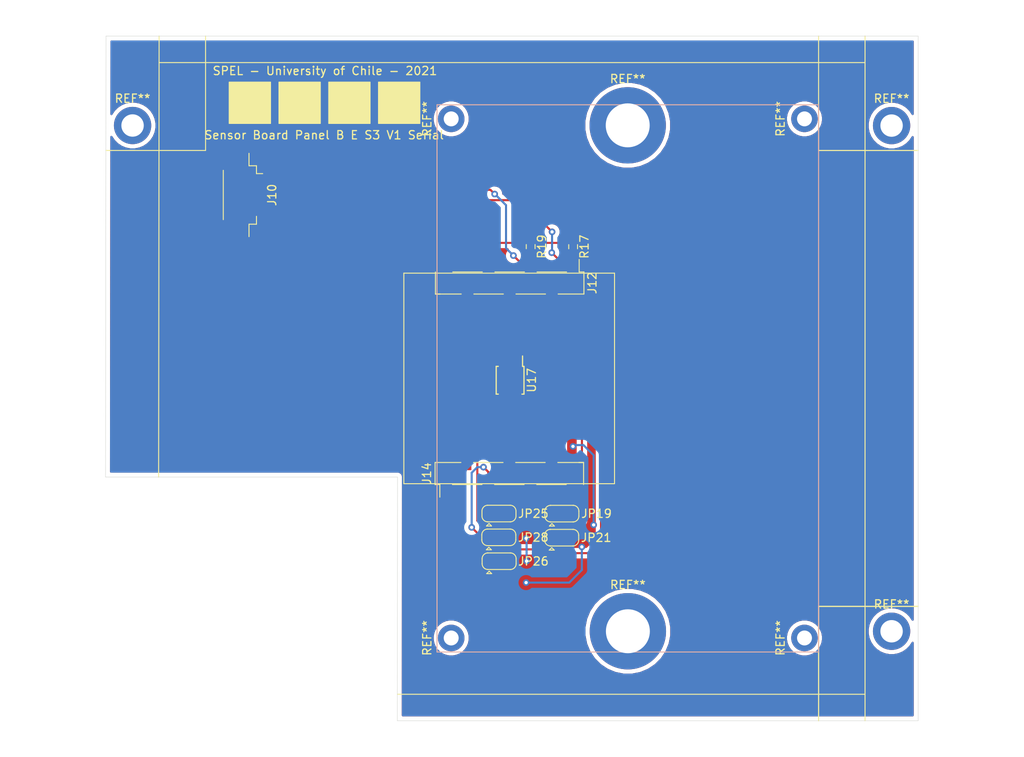
<source format=kicad_pcb>
(kicad_pcb (version 20171130) (host pcbnew "(5.1.2)-2")

  (general
    (thickness 1.6)
    (drawings 38)
    (tracks 142)
    (zones 0)
    (modules 20)
    (nets 16)
  )

  (page A2)
  (layers
    (0 F.Cu signal)
    (31 B.Cu signal)
    (32 B.Adhes user)
    (33 F.Adhes user)
    (34 B.Paste user)
    (35 F.Paste user)
    (36 B.SilkS user)
    (37 F.SilkS user)
    (38 B.Mask user)
    (39 F.Mask user)
    (40 Dwgs.User user)
    (41 Cmts.User user)
    (42 Eco1.User user)
    (43 Eco2.User user)
    (44 Edge.Cuts user)
    (45 Margin user)
    (46 B.CrtYd user)
    (47 F.CrtYd user)
    (48 B.Fab user)
    (49 F.Fab user)
  )

  (setup
    (last_trace_width 0.25)
    (trace_clearance 0.2)
    (zone_clearance 0.508)
    (zone_45_only no)
    (trace_min 0.2)
    (via_size 0.8)
    (via_drill 0.4)
    (via_min_size 0.4)
    (via_min_drill 0.3)
    (uvia_size 0.3)
    (uvia_drill 0.1)
    (uvias_allowed no)
    (uvia_min_size 0.2)
    (uvia_min_drill 0.1)
    (edge_width 0.05)
    (segment_width 0.2)
    (pcb_text_width 0.3)
    (pcb_text_size 1.5 1.5)
    (mod_edge_width 0.12)
    (mod_text_size 1 1)
    (mod_text_width 0.15)
    (pad_size 3.2 3.2)
    (pad_drill 1.8)
    (pad_to_mask_clearance 0.051)
    (solder_mask_min_width 0.25)
    (aux_axis_origin 0 0)
    (visible_elements 7FFFFFFF)
    (pcbplotparams
      (layerselection 0x010fc_ffffffff)
      (usegerberextensions false)
      (usegerberattributes false)
      (usegerberadvancedattributes false)
      (creategerberjobfile false)
      (excludeedgelayer true)
      (linewidth 0.100000)
      (plotframeref false)
      (viasonmask false)
      (mode 1)
      (useauxorigin false)
      (hpglpennumber 1)
      (hpglpenspeed 20)
      (hpglpendiameter 15.000000)
      (psnegative false)
      (psa4output false)
      (plotreference true)
      (plotvalue true)
      (plotinvisibletext false)
      (padsonsilk false)
      (subtractmaskfromsilk false)
      (outputformat 1)
      (mirror false)
      (drillshape 0)
      (scaleselection 1)
      (outputdirectory "D:/MAG+ SUCHAI 2 y 3/MAG_PC_AOA_FOD/A/Hardware/Panel B E S3/PBES3/"))
  )

  (net 0 "")
  (net 1 RPI_SCL)
  (net 2 RPI_SDA)
  (net 3 GND)
  (net 4 MAG_3V3)
  (net 5 "Net-(J12-Pad5)")
  (net 6 MAG1_BIT1)
  (net 7 MAG1_BIT0)
  (net 8 "Net-(J12-Pad6)")
  (net 9 "Net-(J14-Pad4)")
  (net 10 "Net-(J14-Pad2)")
  (net 11 "Net-(J14-Pad1)")
  (net 12 MAG1_A0)
  (net 13 MAG1_A2)
  (net 14 MAG1_A1)
  (net 15 "Net-(U17-Pad3)")

  (net_class Default "This is the default net class."
    (clearance 0.2)
    (trace_width 0.25)
    (via_dia 0.8)
    (via_drill 0.4)
    (uvia_dia 0.3)
    (uvia_drill 0.1)
    (add_net GND)
    (add_net MAG1_A0)
    (add_net MAG1_A1)
    (add_net MAG1_A2)
    (add_net MAG1_BIT0)
    (add_net MAG1_BIT1)
    (add_net MAG_3V3)
    (add_net "Net-(J12-Pad5)")
    (add_net "Net-(J12-Pad6)")
    (add_net "Net-(J14-Pad1)")
    (add_net "Net-(J14-Pad2)")
    (add_net "Net-(J14-Pad4)")
    (add_net "Net-(U17-Pad3)")
    (add_net RPI_SCL)
    (add_net RPI_SDA)
  )

  (module Mounting_Holes:MountingHole_2.7mm_M2.5_ISO14580_Pad (layer F.Cu) (tedit 56D1B4CB) (tstamp 611F2B1F)
    (at 346.6 46.8)
    (descr "Mounting Hole 2.7mm, M2.5, ISO14580")
    (tags "mounting hole 2.7mm m2.5 iso14580")
    (attr virtual)
    (fp_text reference REF** (at 0 -3.25) (layer F.SilkS)
      (effects (font (size 1 1) (thickness 0.15)))
    )
    (fp_text value MountingHole_2.7mm_M2.5_ISO14580_Pad (at 0 3.25) (layer F.Fab)
      (effects (font (size 1 1) (thickness 0.15)))
    )
    (fp_text user %R (at 0.3 0) (layer F.Fab)
      (effects (font (size 1 1) (thickness 0.15)))
    )
    (fp_circle (center 0 0) (end 2.25 0) (layer Cmts.User) (width 0.15))
    (fp_circle (center 0 0) (end 2.5 0) (layer F.CrtYd) (width 0.05))
    (pad 1 thru_hole circle (at 0 0) (size 4.5 4.5) (drill 2.7) (layers *.Cu *.Mask))
  )

  (module Mounting_Holes:MountingHole_2.7mm_M2.5_ISO14580_Pad (layer F.Cu) (tedit 56D1B4CB) (tstamp 611F2B18)
    (at 255.1 46.79)
    (descr "Mounting Hole 2.7mm, M2.5, ISO14580")
    (tags "mounting hole 2.7mm m2.5 iso14580")
    (attr virtual)
    (fp_text reference REF** (at 0 -3.25) (layer F.SilkS)
      (effects (font (size 1 1) (thickness 0.15)))
    )
    (fp_text value MountingHole_2.7mm_M2.5_ISO14580_Pad (at 0 3.25) (layer F.Fab)
      (effects (font (size 1 1) (thickness 0.15)))
    )
    (fp_text user %R (at 0.3 0) (layer F.Fab)
      (effects (font (size 1 1) (thickness 0.15)))
    )
    (fp_circle (center 0 0) (end 2.25 0) (layer Cmts.User) (width 0.15))
    (fp_circle (center 0 0) (end 2.5 0) (layer F.CrtYd) (width 0.05))
    (pad 1 thru_hole circle (at 0 0) (size 4.5 4.5) (drill 2.7) (layers *.Cu *.Mask))
  )

  (module Mounting_Holes:MountingHole_2.7mm_M2.5_ISO14580_Pad (layer F.Cu) (tedit 56D1B4CB) (tstamp 611F2B0A)
    (at 346.6 107.8)
    (descr "Mounting Hole 2.7mm, M2.5, ISO14580")
    (tags "mounting hole 2.7mm m2.5 iso14580")
    (attr virtual)
    (fp_text reference REF** (at 0 -3.25) (layer F.SilkS)
      (effects (font (size 1 1) (thickness 0.15)))
    )
    (fp_text value MountingHole_2.7mm_M2.5_ISO14580_Pad (at 0 3.25) (layer F.Fab)
      (effects (font (size 1 1) (thickness 0.15)))
    )
    (fp_text user %R (at 0.3 0) (layer F.Fab)
      (effects (font (size 1 1) (thickness 0.15)))
    )
    (fp_circle (center 0 0) (end 2.25 0) (layer Cmts.User) (width 0.15))
    (fp_circle (center 0 0) (end 2.5 0) (layer F.CrtYd) (width 0.05))
    (pad 1 thru_hole circle (at 0 0) (size 4.5 4.5) (drill 2.7) (layers *.Cu *.Mask))
  )

  (module Mounting_Holes:MountingHole_2.2mm_M2_DIN965_Pad (layer F.Cu) (tedit 611F26B3) (tstamp 611F298D)
    (at 336.1 45.99 90)
    (descr "Mounting Hole 2.2mm, M2, DIN965")
    (tags "mounting hole 2.2mm m2 din965")
    (attr virtual)
    (fp_text reference REF** (at 0 -2.9 90) (layer F.SilkS)
      (effects (font (size 1 1) (thickness 0.15)))
    )
    (fp_text value MountingHole_2.2mm_M2_DIN965_Pad (at 0 2.9 90) (layer F.Fab)
      (effects (font (size 1 1) (thickness 0.15)))
    )
    (fp_text user %R (at 0.3 0 90) (layer F.Fab)
      (effects (font (size 1 1) (thickness 0.15)))
    )
    (fp_circle (center 0 0) (end 1.9 0) (layer Cmts.User) (width 0.15))
    (fp_circle (center 0 0) (end 2.15 0) (layer F.CrtYd) (width 0.05))
    (pad 1 thru_hole circle (at 0 0 90) (size 3.2 3.2) (drill 1.8) (layers *.Cu *.Mask))
  )

  (module Mounting_Holes:MountingHole_2.2mm_M2_DIN965_Pad (layer F.Cu) (tedit 611F26B3) (tstamp 611F2986)
    (at 293.51 108.61 90)
    (descr "Mounting Hole 2.2mm, M2, DIN965")
    (tags "mounting hole 2.2mm m2 din965")
    (attr virtual)
    (fp_text reference REF** (at 0 -2.9 90) (layer F.SilkS)
      (effects (font (size 1 1) (thickness 0.15)))
    )
    (fp_text value MountingHole_2.2mm_M2_DIN965_Pad (at 0 2.9 90) (layer F.Fab)
      (effects (font (size 1 1) (thickness 0.15)))
    )
    (fp_circle (center 0 0) (end 2.15 0) (layer F.CrtYd) (width 0.05))
    (fp_circle (center 0 0) (end 1.9 0) (layer Cmts.User) (width 0.15))
    (fp_text user %R (at 0.3 0 90) (layer F.Fab)
      (effects (font (size 1 1) (thickness 0.15)))
    )
    (pad 1 thru_hole circle (at 0 0 90) (size 3.2 3.2) (drill 1.8) (layers *.Cu *.Mask))
  )

  (module Mounting_Holes:MountingHole_2.2mm_M2_DIN965_Pad (layer F.Cu) (tedit 611F26B3) (tstamp 611F297F)
    (at 293.51 45.99 90)
    (descr "Mounting Hole 2.2mm, M2, DIN965")
    (tags "mounting hole 2.2mm m2 din965")
    (attr virtual)
    (fp_text reference REF** (at 0 -2.9 90) (layer F.SilkS)
      (effects (font (size 1 1) (thickness 0.15)))
    )
    (fp_text value MountingHole_2.2mm_M2_DIN965_Pad (at 0 2.9 90) (layer F.Fab)
      (effects (font (size 1 1) (thickness 0.15)))
    )
    (fp_text user %R (at 0.3 0 90) (layer F.Fab)
      (effects (font (size 1 1) (thickness 0.15)))
    )
    (fp_circle (center 0 0) (end 1.9 0) (layer Cmts.User) (width 0.15))
    (fp_circle (center 0 0) (end 2.15 0) (layer F.CrtYd) (width 0.05))
    (pad 1 thru_hole circle (at 0 0 90) (size 3.2 3.2) (drill 1.8) (layers *.Cu *.Mask))
  )

  (module Mounting_Holes:MountingHole_2.2mm_M2_DIN965_Pad (layer F.Cu) (tedit 611F26B3) (tstamp 611F2978)
    (at 336.1 108.61 90)
    (descr "Mounting Hole 2.2mm, M2, DIN965")
    (tags "mounting hole 2.2mm m2 din965")
    (attr virtual)
    (fp_text reference REF** (at 0 -2.9 90) (layer F.SilkS)
      (effects (font (size 1 1) (thickness 0.15)))
    )
    (fp_text value MountingHole_2.2mm_M2_DIN965_Pad (at 0 2.9 90) (layer F.Fab)
      (effects (font (size 1 1) (thickness 0.15)))
    )
    (fp_text user %R (at 0.3 0 90) (layer F.Fab)
      (effects (font (size 1 1) (thickness 0.15)))
    )
    (fp_circle (center 0 0) (end 1.9 0) (layer Cmts.User) (width 0.15))
    (fp_circle (center 0 0) (end 2.15 0) (layer F.CrtYd) (width 0.05))
    (pad 1 thru_hole circle (at 0 0 90) (size 3.2 3.2) (drill 1.8) (layers *.Cu *.Mask))
  )

  (module Mounting_Holes:MountingHole_5.3mm_M5_DIN965_Pad (layer F.Cu) (tedit 56D1B4CB) (tstamp 611F2639)
    (at 314.81 107.8)
    (descr "Mounting Hole 5.3mm, M5, DIN965")
    (tags "mounting hole 5.3mm m5 din965")
    (attr virtual)
    (fp_text reference REF** (at 0 -5.6) (layer F.SilkS)
      (effects (font (size 1 1) (thickness 0.15)))
    )
    (fp_text value MountingHole_5.3mm_M5_DIN965_Pad (at 0 5.6) (layer F.Fab)
      (effects (font (size 1 1) (thickness 0.15)))
    )
    (fp_circle (center 0 0) (end 4.85 0) (layer F.CrtYd) (width 0.05))
    (fp_circle (center 0 0) (end 4.6 0) (layer Cmts.User) (width 0.15))
    (fp_text user %R (at 0.3 0) (layer F.Fab)
      (effects (font (size 1 1) (thickness 0.15)))
    )
    (pad 1 thru_hole circle (at 0 0) (size 9.2 9.2) (drill 5.3) (layers *.Cu *.Mask))
  )

  (module Mounting_Holes:MountingHole_5.3mm_M5_DIN965_Pad (layer F.Cu) (tedit 56D1B4CB) (tstamp 611F2692)
    (at 314.79 46.77)
    (descr "Mounting Hole 5.3mm, M5, DIN965")
    (tags "mounting hole 5.3mm m5 din965")
    (attr virtual)
    (fp_text reference REF** (at 0 -5.6) (layer F.SilkS)
      (effects (font (size 1 1) (thickness 0.15)))
    )
    (fp_text value MountingHole_5.3mm_M5_DIN965_Pad (at 0 5.6) (layer F.Fab)
      (effects (font (size 1 1) (thickness 0.15)))
    )
    (fp_circle (center 0 0) (end 4.85 0) (layer F.CrtYd) (width 0.05))
    (fp_circle (center 0 0) (end 4.6 0) (layer Cmts.User) (width 0.15))
    (fp_text user %R (at 0.3 0) (layer F.Fab)
      (effects (font (size 1 1) (thickness 0.15)))
    )
    (pad 1 thru_hole circle (at 0 0) (size 9.2 9.2) (drill 5.3) (layers *.Cu *.Mask))
  )

  (module Connectors_Molex:Molex_PicoBlade_53398-0471_04x1.25mm_Straight (layer F.Cu) (tedit 58A3B79E) (tstamp 611D4EA8)
    (at 268.66 55.17 270)
    (descr "Molex PicoBlade, single row, top entry type, surface mount, PN:53398-0471")
    (tags "connector molex picoblade smt")
    (path /61194465/611D4FC7)
    (attr smd)
    (fp_text reference J10 (at 0 -3.25 90) (layer F.SilkS)
      (effects (font (size 1 1) (thickness 0.15)))
    )
    (fp_text value Conn_01x04_Male (at 0 4.25 90) (layer F.Fab)
      (effects (font (size 1 1) (thickness 0.15)))
    )
    (fp_text user %R (at 0 1.5 90) (layer F.Fab)
      (effects (font (size 1 1) (thickness 0.15)))
    )
    (fp_line (start -6.05 3.5) (end 0 3.5) (layer F.CrtYd) (width 0.05))
    (fp_line (start -6.05 -0.9) (end -6.05 3.5) (layer F.CrtYd) (width 0.05))
    (fp_line (start -3.95 -0.9) (end -6.05 -0.9) (layer F.CrtYd) (width 0.05))
    (fp_line (start -3.95 -2.7) (end -3.95 -0.9) (layer F.CrtYd) (width 0.05))
    (fp_line (start 0 -2.7) (end -3.95 -2.7) (layer F.CrtYd) (width 0.05))
    (fp_line (start 6.05 3.5) (end 0 3.5) (layer F.CrtYd) (width 0.05))
    (fp_line (start 6.05 -0.9) (end 6.05 3.5) (layer F.CrtYd) (width 0.05))
    (fp_line (start 3.95 -0.9) (end 6.05 -0.9) (layer F.CrtYd) (width 0.05))
    (fp_line (start 3.95 -2.7) (end 3.95 -0.9) (layer F.CrtYd) (width 0.05))
    (fp_line (start 0 -2.7) (end 3.95 -2.7) (layer F.CrtYd) (width 0.05))
    (fp_line (start -1.475 -1.225) (end -2.275 -1.225) (layer F.Fab) (width 0.1))
    (fp_line (start -1.875 -0.425) (end -1.475 -1.225) (layer F.Fab) (width 0.1))
    (fp_line (start -2.275 -1.225) (end -1.875 -0.425) (layer F.Fab) (width 0.1))
    (fp_line (start -2.575 -1.375) (end -2.575 -2.125) (layer F.SilkS) (width 0.12))
    (fp_line (start -2.975 2.625) (end 2.975 2.625) (layer F.SilkS) (width 0.12))
    (fp_line (start -3.525 -0.475) (end -5.025 -0.475) (layer F.SilkS) (width 0.12))
    (fp_line (start -3.525 -1.375) (end -3.525 -0.475) (layer F.SilkS) (width 0.12))
    (fp_line (start -2.575 -1.375) (end -3.525 -1.375) (layer F.SilkS) (width 0.12))
    (fp_line (start 3.525 -0.475) (end 5.025 -0.475) (layer F.SilkS) (width 0.12))
    (fp_line (start 3.525 -1.375) (end 3.525 -0.475) (layer F.SilkS) (width 0.12))
    (fp_line (start 2.575 -1.375) (end 3.525 -1.375) (layer F.SilkS) (width 0.12))
    (fp_line (start -4.875 -0.325) (end -3.375 -0.325) (layer F.Fab) (width 0.1))
    (fp_line (start -4.875 2.475) (end -4.875 -0.325) (layer F.Fab) (width 0.1))
    (fp_line (start -3.375 2.475) (end -4.875 2.475) (layer F.Fab) (width 0.1))
    (fp_line (start 4.875 -0.325) (end 3.375 -0.325) (layer F.Fab) (width 0.1))
    (fp_line (start 4.875 2.475) (end 4.875 -0.325) (layer F.Fab) (width 0.1))
    (fp_line (start 3.375 2.475) (end 4.875 2.475) (layer F.Fab) (width 0.1))
    (fp_line (start 3.375 -1.225) (end -3.375 -1.225) (layer F.Fab) (width 0.1))
    (fp_line (start 3.375 2.475) (end 3.375 -1.225) (layer F.Fab) (width 0.1))
    (fp_line (start -3.375 2.475) (end 3.375 2.475) (layer F.Fab) (width 0.1))
    (fp_line (start -3.375 -1.225) (end -3.375 2.475) (layer F.Fab) (width 0.1))
    (pad "" smd rect (at 4.375 1.375 270) (size 2.2 3.1) (layers F.Cu F.Paste F.Mask))
    (pad "" smd rect (at -4.375 1.375 270) (size 2.2 3.1) (layers F.Cu F.Paste F.Mask))
    (pad 4 smd rect (at 1.875 -1.375 270) (size 0.8 1.5) (layers F.Cu F.Paste F.Mask)
      (net 4 MAG_3V3))
    (pad 3 smd rect (at 0.625 -1.375 270) (size 0.8 1.5) (layers F.Cu F.Paste F.Mask)
      (net 1 RPI_SCL))
    (pad 2 smd rect (at -0.625 -1.375 270) (size 0.8 1.5) (layers F.Cu F.Paste F.Mask)
      (net 2 RPI_SDA))
    (pad 1 smd rect (at -1.875 -1.375 270) (size 0.8 1.5) (layers F.Cu F.Paste F.Mask)
      (net 3 GND))
    (model ${KISYS3DMOD}/Connectors_Molex.3dshapes/Molex_PicoBlade_53398-0471_04x1.25mm_Straight.wrl
      (at (xyz 0 0 0))
      (scale (xyz 1 1 1))
      (rotate (xyz 0 0 0))
    )
    (model ${KISYS3DMOD}/Connector_Molex.3dshapes/Molex_PicoBlade_53398-0471_1x04-1MP_P1.25mm_Vertical.wrl
      (at (xyz 0 0 0))
      (scale (xyz 1 1 1))
      (rotate (xyz 0 0 0))
    )
  )

  (module Pin_Headers:Pin_Header_Straight_1x07_Pitch2.54mm_SMD_Pin1Left (layer F.Cu) (tedit 59650532) (tstamp 611D4F08)
    (at 300.56 65.79 270)
    (descr "surface-mounted straight pin header, 1x07, 2.54mm pitch, single row, style 1 (pin 1 left)")
    (tags "Surface mounted pin header SMD 1x07 2.54mm single row style1 pin1 left")
    (path /61194465/611D635C)
    (attr smd)
    (fp_text reference J12 (at 0 -9.95 90) (layer F.SilkS)
      (effects (font (size 1 1) (thickness 0.15)))
    )
    (fp_text value Conn_01x07_Female (at 0 9.95 90) (layer F.Fab)
      (effects (font (size 1 1) (thickness 0.15)))
    )
    (fp_line (start 1.27 8.89) (end -1.27 8.89) (layer F.Fab) (width 0.1))
    (fp_line (start -0.32 -8.89) (end 1.27 -8.89) (layer F.Fab) (width 0.1))
    (fp_line (start -1.27 8.89) (end -1.27 -7.94) (layer F.Fab) (width 0.1))
    (fp_line (start -1.27 -7.94) (end -0.32 -8.89) (layer F.Fab) (width 0.1))
    (fp_line (start 1.27 -8.89) (end 1.27 8.89) (layer F.Fab) (width 0.1))
    (fp_line (start -1.27 -7.94) (end -2.54 -7.94) (layer F.Fab) (width 0.1))
    (fp_line (start -2.54 -7.94) (end -2.54 -7.3) (layer F.Fab) (width 0.1))
    (fp_line (start -2.54 -7.3) (end -1.27 -7.3) (layer F.Fab) (width 0.1))
    (fp_line (start -1.27 -2.86) (end -2.54 -2.86) (layer F.Fab) (width 0.1))
    (fp_line (start -2.54 -2.86) (end -2.54 -2.22) (layer F.Fab) (width 0.1))
    (fp_line (start -2.54 -2.22) (end -1.27 -2.22) (layer F.Fab) (width 0.1))
    (fp_line (start -1.27 2.22) (end -2.54 2.22) (layer F.Fab) (width 0.1))
    (fp_line (start -2.54 2.22) (end -2.54 2.86) (layer F.Fab) (width 0.1))
    (fp_line (start -2.54 2.86) (end -1.27 2.86) (layer F.Fab) (width 0.1))
    (fp_line (start -1.27 7.3) (end -2.54 7.3) (layer F.Fab) (width 0.1))
    (fp_line (start -2.54 7.3) (end -2.54 7.94) (layer F.Fab) (width 0.1))
    (fp_line (start -2.54 7.94) (end -1.27 7.94) (layer F.Fab) (width 0.1))
    (fp_line (start 1.27 -5.4) (end 2.54 -5.4) (layer F.Fab) (width 0.1))
    (fp_line (start 2.54 -5.4) (end 2.54 -4.76) (layer F.Fab) (width 0.1))
    (fp_line (start 2.54 -4.76) (end 1.27 -4.76) (layer F.Fab) (width 0.1))
    (fp_line (start 1.27 -0.32) (end 2.54 -0.32) (layer F.Fab) (width 0.1))
    (fp_line (start 2.54 -0.32) (end 2.54 0.32) (layer F.Fab) (width 0.1))
    (fp_line (start 2.54 0.32) (end 1.27 0.32) (layer F.Fab) (width 0.1))
    (fp_line (start 1.27 4.76) (end 2.54 4.76) (layer F.Fab) (width 0.1))
    (fp_line (start 2.54 4.76) (end 2.54 5.4) (layer F.Fab) (width 0.1))
    (fp_line (start 2.54 5.4) (end 1.27 5.4) (layer F.Fab) (width 0.1))
    (fp_line (start -1.33 -8.95) (end 1.33 -8.95) (layer F.SilkS) (width 0.12))
    (fp_line (start -1.33 8.95) (end 1.33 8.95) (layer F.SilkS) (width 0.12))
    (fp_line (start 1.33 -8.95) (end 1.33 -5.84) (layer F.SilkS) (width 0.12))
    (fp_line (start -1.33 -8.38) (end -2.85 -8.38) (layer F.SilkS) (width 0.12))
    (fp_line (start -1.33 -8.95) (end -1.33 -8.38) (layer F.SilkS) (width 0.12))
    (fp_line (start 1.33 8.38) (end 1.33 8.95) (layer F.SilkS) (width 0.12))
    (fp_line (start 1.33 -4.32) (end 1.33 -0.76) (layer F.SilkS) (width 0.12))
    (fp_line (start 1.33 0.76) (end 1.33 4.32) (layer F.SilkS) (width 0.12))
    (fp_line (start 1.33 5.84) (end 1.33 8.95) (layer F.SilkS) (width 0.12))
    (fp_line (start -1.33 -6.86) (end -1.33 -3.3) (layer F.SilkS) (width 0.12))
    (fp_line (start -1.33 -1.78) (end -1.33 1.78) (layer F.SilkS) (width 0.12))
    (fp_line (start -1.33 3.3) (end -1.33 6.86) (layer F.SilkS) (width 0.12))
    (fp_line (start -3.45 -9.4) (end -3.45 9.4) (layer F.CrtYd) (width 0.05))
    (fp_line (start -3.45 9.4) (end 3.45 9.4) (layer F.CrtYd) (width 0.05))
    (fp_line (start 3.45 9.4) (end 3.45 -9.4) (layer F.CrtYd) (width 0.05))
    (fp_line (start 3.45 -9.4) (end -3.45 -9.4) (layer F.CrtYd) (width 0.05))
    (fp_text user %R (at 0 0) (layer F.Fab)
      (effects (font (size 1 1) (thickness 0.15)))
    )
    (pad 1 smd rect (at -1.655 -7.62 270) (size 2.51 1) (layers F.Cu F.Paste F.Mask)
      (net 1 RPI_SCL))
    (pad 3 smd rect (at -1.655 -2.54 270) (size 2.51 1) (layers F.Cu F.Paste F.Mask)
      (net 2 RPI_SDA))
    (pad 5 smd rect (at -1.655 2.54 270) (size 2.51 1) (layers F.Cu F.Paste F.Mask)
      (net 5 "Net-(J12-Pad5)"))
    (pad 7 smd rect (at -1.655 7.62 270) (size 2.51 1) (layers F.Cu F.Paste F.Mask)
      (net 3 GND))
    (pad 2 smd rect (at 1.655 -5.08 270) (size 2.51 1) (layers F.Cu F.Paste F.Mask)
      (net 6 MAG1_BIT1))
    (pad 4 smd rect (at 1.655 0 270) (size 2.51 1) (layers F.Cu F.Paste F.Mask)
      (net 7 MAG1_BIT0))
    (pad 6 smd rect (at 1.655 5.08 270) (size 2.51 1) (layers F.Cu F.Paste F.Mask)
      (net 8 "Net-(J12-Pad6)"))
    (model ${KISYS3DMOD}/Pin_Headers.3dshapes/Pin_Header_Straight_1x07_Pitch2.54mm_SMD_Pin1Left.wrl
      (at (xyz 0 0 0))
      (scale (xyz 1 1 1))
      (rotate (xyz 0 0 0))
    )
    (model ${KISYS3DMOD}/Connector_PinHeader_2.54mm.3dshapes/PinHeader_1x07_P2.54mm_Vertical_SMD_Pin1Left.wrl
      (at (xyz 0 0 0))
      (scale (xyz 1 1 1))
      (rotate (xyz 0 0 0))
    )
  )

  (module Pin_Headers:Pin_Header_Straight_1x07_Pitch2.54mm_SMD_Pin1Left (layer F.Cu) (tedit 59650532) (tstamp 611D4F74)
    (at 300.52 88.77 90)
    (descr "surface-mounted straight pin header, 1x07, 2.54mm pitch, single row, style 1 (pin 1 left)")
    (tags "Surface mounted pin header SMD 1x07 2.54mm single row style1 pin1 left")
    (path /61194465/611D6E65)
    (attr smd)
    (fp_text reference J14 (at 0 -9.95 90) (layer F.SilkS)
      (effects (font (size 1 1) (thickness 0.15)))
    )
    (fp_text value Conn_01x07_Female (at 0 9.95 90) (layer F.Fab)
      (effects (font (size 1 1) (thickness 0.15)))
    )
    (fp_text user %R (at 0 0) (layer F.Fab)
      (effects (font (size 1 1) (thickness 0.15)))
    )
    (fp_line (start 3.45 -9.4) (end -3.45 -9.4) (layer F.CrtYd) (width 0.05))
    (fp_line (start 3.45 9.4) (end 3.45 -9.4) (layer F.CrtYd) (width 0.05))
    (fp_line (start -3.45 9.4) (end 3.45 9.4) (layer F.CrtYd) (width 0.05))
    (fp_line (start -3.45 -9.4) (end -3.45 9.4) (layer F.CrtYd) (width 0.05))
    (fp_line (start -1.33 3.3) (end -1.33 6.86) (layer F.SilkS) (width 0.12))
    (fp_line (start -1.33 -1.78) (end -1.33 1.78) (layer F.SilkS) (width 0.12))
    (fp_line (start -1.33 -6.86) (end -1.33 -3.3) (layer F.SilkS) (width 0.12))
    (fp_line (start 1.33 5.84) (end 1.33 8.95) (layer F.SilkS) (width 0.12))
    (fp_line (start 1.33 0.76) (end 1.33 4.32) (layer F.SilkS) (width 0.12))
    (fp_line (start 1.33 -4.32) (end 1.33 -0.76) (layer F.SilkS) (width 0.12))
    (fp_line (start 1.33 8.38) (end 1.33 8.95) (layer F.SilkS) (width 0.12))
    (fp_line (start -1.33 -8.95) (end -1.33 -8.38) (layer F.SilkS) (width 0.12))
    (fp_line (start -1.33 -8.38) (end -2.85 -8.38) (layer F.SilkS) (width 0.12))
    (fp_line (start 1.33 -8.95) (end 1.33 -5.84) (layer F.SilkS) (width 0.12))
    (fp_line (start -1.33 8.95) (end 1.33 8.95) (layer F.SilkS) (width 0.12))
    (fp_line (start -1.33 -8.95) (end 1.33 -8.95) (layer F.SilkS) (width 0.12))
    (fp_line (start 2.54 5.4) (end 1.27 5.4) (layer F.Fab) (width 0.1))
    (fp_line (start 2.54 4.76) (end 2.54 5.4) (layer F.Fab) (width 0.1))
    (fp_line (start 1.27 4.76) (end 2.54 4.76) (layer F.Fab) (width 0.1))
    (fp_line (start 2.54 0.32) (end 1.27 0.32) (layer F.Fab) (width 0.1))
    (fp_line (start 2.54 -0.32) (end 2.54 0.32) (layer F.Fab) (width 0.1))
    (fp_line (start 1.27 -0.32) (end 2.54 -0.32) (layer F.Fab) (width 0.1))
    (fp_line (start 2.54 -4.76) (end 1.27 -4.76) (layer F.Fab) (width 0.1))
    (fp_line (start 2.54 -5.4) (end 2.54 -4.76) (layer F.Fab) (width 0.1))
    (fp_line (start 1.27 -5.4) (end 2.54 -5.4) (layer F.Fab) (width 0.1))
    (fp_line (start -2.54 7.94) (end -1.27 7.94) (layer F.Fab) (width 0.1))
    (fp_line (start -2.54 7.3) (end -2.54 7.94) (layer F.Fab) (width 0.1))
    (fp_line (start -1.27 7.3) (end -2.54 7.3) (layer F.Fab) (width 0.1))
    (fp_line (start -2.54 2.86) (end -1.27 2.86) (layer F.Fab) (width 0.1))
    (fp_line (start -2.54 2.22) (end -2.54 2.86) (layer F.Fab) (width 0.1))
    (fp_line (start -1.27 2.22) (end -2.54 2.22) (layer F.Fab) (width 0.1))
    (fp_line (start -2.54 -2.22) (end -1.27 -2.22) (layer F.Fab) (width 0.1))
    (fp_line (start -2.54 -2.86) (end -2.54 -2.22) (layer F.Fab) (width 0.1))
    (fp_line (start -1.27 -2.86) (end -2.54 -2.86) (layer F.Fab) (width 0.1))
    (fp_line (start -2.54 -7.3) (end -1.27 -7.3) (layer F.Fab) (width 0.1))
    (fp_line (start -2.54 -7.94) (end -2.54 -7.3) (layer F.Fab) (width 0.1))
    (fp_line (start -1.27 -7.94) (end -2.54 -7.94) (layer F.Fab) (width 0.1))
    (fp_line (start 1.27 -8.89) (end 1.27 8.89) (layer F.Fab) (width 0.1))
    (fp_line (start -1.27 -7.94) (end -0.32 -8.89) (layer F.Fab) (width 0.1))
    (fp_line (start -1.27 8.89) (end -1.27 -7.94) (layer F.Fab) (width 0.1))
    (fp_line (start -0.32 -8.89) (end 1.27 -8.89) (layer F.Fab) (width 0.1))
    (fp_line (start 1.27 8.89) (end -1.27 8.89) (layer F.Fab) (width 0.1))
    (pad 6 smd rect (at 1.655 5.08 90) (size 2.51 1) (layers F.Cu F.Paste F.Mask)
      (net 4 MAG_3V3))
    (pad 4 smd rect (at 1.655 0 90) (size 2.51 1) (layers F.Cu F.Paste F.Mask)
      (net 9 "Net-(J14-Pad4)"))
    (pad 2 smd rect (at 1.655 -5.08 90) (size 2.51 1) (layers F.Cu F.Paste F.Mask)
      (net 10 "Net-(J14-Pad2)"))
    (pad 7 smd rect (at -1.655 7.62 90) (size 2.51 1) (layers F.Cu F.Paste F.Mask)
      (net 3 GND))
    (pad 5 smd rect (at -1.655 2.54 90) (size 2.51 1) (layers F.Cu F.Paste F.Mask)
      (net 4 MAG_3V3))
    (pad 3 smd rect (at -1.655 -2.54 90) (size 2.51 1) (layers F.Cu F.Paste F.Mask)
      (net 4 MAG_3V3))
    (pad 1 smd rect (at -1.655 -7.62 90) (size 2.51 1) (layers F.Cu F.Paste F.Mask)
      (net 11 "Net-(J14-Pad1)"))
    (model ${KISYS3DMOD}/Pin_Headers.3dshapes/Pin_Header_Straight_1x07_Pitch2.54mm_SMD_Pin1Left.wrl
      (at (xyz 0 0 0))
      (scale (xyz 1 1 1))
      (rotate (xyz 0 0 0))
    )
    (model ${KISYS3DMOD}/Connector_PinHeader_2.54mm.3dshapes/PinHeader_1x07_P2.54mm_Vertical_SMD_Pin1Left.wrl
      (at (xyz 0 0 0))
      (scale (xyz 1 1 1))
      (rotate (xyz 0 0 0))
    )
    (model "D:/Magnetometro/SDcard Slot/RM3100.STEP"
      (offset (xyz -1 -13 3))
      (scale (xyz 1 1 1))
      (rotate (xyz 0 0 0))
    )
  )

  (module Jumper:SolderJumper-3_P1.3mm_Open_RoundedPad1.0x1.5mm (layer F.Cu) (tedit 5B391EB7) (tstamp 611D4FC0)
    (at 306.85 93.61)
    (descr "SMD Solder 3-pad Jumper, 1x1.5mm rounded Pads, 0.3mm gap, open")
    (tags "solder jumper open")
    (path /61194465/61207057)
    (attr virtual)
    (fp_text reference JP19 (at 4.18 0) (layer F.SilkS)
      (effects (font (size 1 1) (thickness 0.15)))
    )
    (fp_text value Jumper_3_Open (at 0 1.9) (layer F.Fab)
      (effects (font (size 1 1) (thickness 0.15)))
    )
    (fp_arc (start -1.35 -0.3) (end -1.35 -1) (angle -90) (layer F.SilkS) (width 0.12))
    (fp_arc (start -1.35 0.3) (end -2.05 0.3) (angle -90) (layer F.SilkS) (width 0.12))
    (fp_arc (start 1.35 0.3) (end 1.35 1) (angle -90) (layer F.SilkS) (width 0.12))
    (fp_arc (start 1.35 -0.3) (end 2.05 -0.3) (angle -90) (layer F.SilkS) (width 0.12))
    (fp_line (start 2.3 1.25) (end -2.3 1.25) (layer F.CrtYd) (width 0.05))
    (fp_line (start 2.3 1.25) (end 2.3 -1.25) (layer F.CrtYd) (width 0.05))
    (fp_line (start -2.3 -1.25) (end -2.3 1.25) (layer F.CrtYd) (width 0.05))
    (fp_line (start -2.3 -1.25) (end 2.3 -1.25) (layer F.CrtYd) (width 0.05))
    (fp_line (start -1.4 -1) (end 1.4 -1) (layer F.SilkS) (width 0.12))
    (fp_line (start 2.05 -0.3) (end 2.05 0.3) (layer F.SilkS) (width 0.12))
    (fp_line (start 1.4 1) (end -1.4 1) (layer F.SilkS) (width 0.12))
    (fp_line (start -2.05 0.3) (end -2.05 -0.3) (layer F.SilkS) (width 0.12))
    (fp_line (start -1.2 1.2) (end -1.5 1.5) (layer F.SilkS) (width 0.12))
    (fp_line (start -1.5 1.5) (end -0.9 1.5) (layer F.SilkS) (width 0.12))
    (fp_line (start -1.2 1.2) (end -0.9 1.5) (layer F.SilkS) (width 0.12))
    (pad 2 smd rect (at 0 0) (size 1 1.5) (layers F.Cu F.Mask)
      (net 7 MAG1_BIT0))
    (pad 3 smd custom (at 1.3 0) (size 1 0.5) (layers F.Cu F.Mask)
      (net 3 GND) (zone_connect 2)
      (options (clearance outline) (anchor rect))
      (primitives
        (gr_circle (center 0 0.25) (end 0.5 0.25) (width 0))
        (gr_circle (center 0 -0.25) (end 0.5 -0.25) (width 0))
        (gr_poly (pts
           (xy -0.55 -0.75) (xy 0 -0.75) (xy 0 0.75) (xy -0.55 0.75)) (width 0))
      ))
    (pad 1 smd custom (at -1.3 0) (size 1 0.5) (layers F.Cu F.Mask)
      (net 4 MAG_3V3) (zone_connect 2)
      (options (clearance outline) (anchor rect))
      (primitives
        (gr_circle (center 0 0.25) (end 0.5 0.25) (width 0))
        (gr_circle (center 0 -0.25) (end 0.5 -0.25) (width 0))
        (gr_poly (pts
           (xy 0.55 -0.75) (xy 0 -0.75) (xy 0 0.75) (xy 0.55 0.75)) (width 0))
      ))
  )

  (module Jumper:SolderJumper-3_P1.3mm_Open_RoundedPad1.0x1.5mm (layer F.Cu) (tedit 5B391EB7) (tstamp 611D4FEC)
    (at 306.83 96.51)
    (descr "SMD Solder 3-pad Jumper, 1x1.5mm rounded Pads, 0.3mm gap, open")
    (tags "solder jumper open")
    (path /61194465/61209B96)
    (attr virtual)
    (fp_text reference JP21 (at 4.16 0) (layer F.SilkS)
      (effects (font (size 1 1) (thickness 0.15)))
    )
    (fp_text value Jumper_3_Open (at 0 1.9) (layer F.Fab)
      (effects (font (size 1 1) (thickness 0.15)))
    )
    (fp_line (start -1.2 1.2) (end -0.9 1.5) (layer F.SilkS) (width 0.12))
    (fp_line (start -1.5 1.5) (end -0.9 1.5) (layer F.SilkS) (width 0.12))
    (fp_line (start -1.2 1.2) (end -1.5 1.5) (layer F.SilkS) (width 0.12))
    (fp_line (start -2.05 0.3) (end -2.05 -0.3) (layer F.SilkS) (width 0.12))
    (fp_line (start 1.4 1) (end -1.4 1) (layer F.SilkS) (width 0.12))
    (fp_line (start 2.05 -0.3) (end 2.05 0.3) (layer F.SilkS) (width 0.12))
    (fp_line (start -1.4 -1) (end 1.4 -1) (layer F.SilkS) (width 0.12))
    (fp_line (start -2.3 -1.25) (end 2.3 -1.25) (layer F.CrtYd) (width 0.05))
    (fp_line (start -2.3 -1.25) (end -2.3 1.25) (layer F.CrtYd) (width 0.05))
    (fp_line (start 2.3 1.25) (end 2.3 -1.25) (layer F.CrtYd) (width 0.05))
    (fp_line (start 2.3 1.25) (end -2.3 1.25) (layer F.CrtYd) (width 0.05))
    (fp_arc (start 1.35 -0.3) (end 2.05 -0.3) (angle -90) (layer F.SilkS) (width 0.12))
    (fp_arc (start 1.35 0.3) (end 1.35 1) (angle -90) (layer F.SilkS) (width 0.12))
    (fp_arc (start -1.35 0.3) (end -2.05 0.3) (angle -90) (layer F.SilkS) (width 0.12))
    (fp_arc (start -1.35 -0.3) (end -1.35 -1) (angle -90) (layer F.SilkS) (width 0.12))
    (pad 1 smd custom (at -1.3 0) (size 1 0.5) (layers F.Cu F.Mask)
      (net 4 MAG_3V3) (zone_connect 2)
      (options (clearance outline) (anchor rect))
      (primitives
        (gr_circle (center 0 0.25) (end 0.5 0.25) (width 0))
        (gr_circle (center 0 -0.25) (end 0.5 -0.25) (width 0))
        (gr_poly (pts
           (xy 0.55 -0.75) (xy 0 -0.75) (xy 0 0.75) (xy 0.55 0.75)) (width 0))
      ))
    (pad 3 smd custom (at 1.3 0) (size 1 0.5) (layers F.Cu F.Mask)
      (net 3 GND) (zone_connect 2)
      (options (clearance outline) (anchor rect))
      (primitives
        (gr_circle (center 0 0.25) (end 0.5 0.25) (width 0))
        (gr_circle (center 0 -0.25) (end 0.5 -0.25) (width 0))
        (gr_poly (pts
           (xy -0.55 -0.75) (xy 0 -0.75) (xy 0 0.75) (xy -0.55 0.75)) (width 0))
      ))
    (pad 2 smd rect (at 0 0) (size 1 1.5) (layers F.Cu F.Mask)
      (net 6 MAG1_BIT1))
  )

  (module Resistors_SMD:R_0402 (layer F.Cu) (tedit 58E0A804) (tstamp 611D5024)
    (at 308.21 61.41 270)
    (descr "Resistor SMD 0402, reflow soldering, Vishay (see dcrcw.pdf)")
    (tags "resistor 0402")
    (path /61194465/61201EA1)
    (attr smd)
    (fp_text reference R17 (at 0 -1.35 90) (layer F.SilkS)
      (effects (font (size 1 1) (thickness 0.15)))
    )
    (fp_text value R (at 0 1.45 90) (layer F.Fab)
      (effects (font (size 1 1) (thickness 0.15)))
    )
    (fp_line (start 0.8 0.45) (end -0.8 0.45) (layer F.CrtYd) (width 0.05))
    (fp_line (start 0.8 0.45) (end 0.8 -0.45) (layer F.CrtYd) (width 0.05))
    (fp_line (start -0.8 -0.45) (end -0.8 0.45) (layer F.CrtYd) (width 0.05))
    (fp_line (start -0.8 -0.45) (end 0.8 -0.45) (layer F.CrtYd) (width 0.05))
    (fp_line (start -0.25 0.53) (end 0.25 0.53) (layer F.SilkS) (width 0.12))
    (fp_line (start 0.25 -0.53) (end -0.25 -0.53) (layer F.SilkS) (width 0.12))
    (fp_line (start -0.5 -0.25) (end 0.5 -0.25) (layer F.Fab) (width 0.1))
    (fp_line (start 0.5 -0.25) (end 0.5 0.25) (layer F.Fab) (width 0.1))
    (fp_line (start 0.5 0.25) (end -0.5 0.25) (layer F.Fab) (width 0.1))
    (fp_line (start -0.5 0.25) (end -0.5 -0.25) (layer F.Fab) (width 0.1))
    (fp_text user %R (at 0 -1.35 90) (layer F.Fab)
      (effects (font (size 1 1) (thickness 0.15)))
    )
    (pad 2 smd rect (at 0.45 0 270) (size 0.4 0.6) (layers F.Cu F.Paste F.Mask)
      (net 1 RPI_SCL))
    (pad 1 smd rect (at -0.45 0 270) (size 0.4 0.6) (layers F.Cu F.Paste F.Mask)
      (net 4 MAG_3V3))
    (model ${KISYS3DMOD}/Resistors_SMD.3dshapes/R_0402.wrl
      (at (xyz 0 0 0))
      (scale (xyz 1 1 1))
      (rotate (xyz 0 0 0))
    )
    (model ${KISYS3DMOD}/Resistor_SMD.3dshapes/R_0402_1005Metric.wrl
      (at (xyz 0 0 0))
      (scale (xyz 1 1 1))
      (rotate (xyz 0 0 0))
    )
  )

  (module Resistors_SMD:R_0402 (layer F.Cu) (tedit 58E0A804) (tstamp 611D5046)
    (at 303.09 61.4 270)
    (descr "Resistor SMD 0402, reflow soldering, Vishay (see dcrcw.pdf)")
    (tags "resistor 0402")
    (path /61194465/612023E5)
    (attr smd)
    (fp_text reference R19 (at 0 -1.35 90) (layer F.SilkS)
      (effects (font (size 1 1) (thickness 0.15)))
    )
    (fp_text value R (at 0 1.45 90) (layer F.Fab)
      (effects (font (size 1 1) (thickness 0.15)))
    )
    (fp_text user %R (at 0 -1.35 90) (layer F.Fab)
      (effects (font (size 1 1) (thickness 0.15)))
    )
    (fp_line (start -0.5 0.25) (end -0.5 -0.25) (layer F.Fab) (width 0.1))
    (fp_line (start 0.5 0.25) (end -0.5 0.25) (layer F.Fab) (width 0.1))
    (fp_line (start 0.5 -0.25) (end 0.5 0.25) (layer F.Fab) (width 0.1))
    (fp_line (start -0.5 -0.25) (end 0.5 -0.25) (layer F.Fab) (width 0.1))
    (fp_line (start 0.25 -0.53) (end -0.25 -0.53) (layer F.SilkS) (width 0.12))
    (fp_line (start -0.25 0.53) (end 0.25 0.53) (layer F.SilkS) (width 0.12))
    (fp_line (start -0.8 -0.45) (end 0.8 -0.45) (layer F.CrtYd) (width 0.05))
    (fp_line (start -0.8 -0.45) (end -0.8 0.45) (layer F.CrtYd) (width 0.05))
    (fp_line (start 0.8 0.45) (end 0.8 -0.45) (layer F.CrtYd) (width 0.05))
    (fp_line (start 0.8 0.45) (end -0.8 0.45) (layer F.CrtYd) (width 0.05))
    (pad 1 smd rect (at -0.45 0 270) (size 0.4 0.6) (layers F.Cu F.Paste F.Mask)
      (net 4 MAG_3V3))
    (pad 2 smd rect (at 0.45 0 270) (size 0.4 0.6) (layers F.Cu F.Paste F.Mask)
      (net 2 RPI_SDA))
    (model ${KISYS3DMOD}/Resistors_SMD.3dshapes/R_0402.wrl
      (at (xyz 0 0 0))
      (scale (xyz 1 1 1))
      (rotate (xyz 0 0 0))
    )
    (model ${KISYS3DMOD}/Resistor_SMD.3dshapes/R_0402_1005Metric.wrl
      (at (xyz 0 0 0))
      (scale (xyz 1 1 1))
      (rotate (xyz 0 0 0))
    )
  )

  (module Jumper:SolderJumper-3_P1.3mm_Open_RoundedPad1.0x1.5mm (layer F.Cu) (tedit 5B391EB7) (tstamp 611D68F2)
    (at 299.27 93.6)
    (descr "SMD Solder 3-pad Jumper, 1x1.5mm rounded Pads, 0.3mm gap, open")
    (tags "solder jumper open")
    (path /61194465/6124142F)
    (attr virtual)
    (fp_text reference JP25 (at 4.14 0.01) (layer F.SilkS)
      (effects (font (size 1 1) (thickness 0.15)))
    )
    (fp_text value Jumper_3_Open (at 0 1.9) (layer F.Fab)
      (effects (font (size 1 1) (thickness 0.15)))
    )
    (fp_arc (start -1.35 -0.3) (end -1.35 -1) (angle -90) (layer F.SilkS) (width 0.12))
    (fp_arc (start -1.35 0.3) (end -2.05 0.3) (angle -90) (layer F.SilkS) (width 0.12))
    (fp_arc (start 1.35 0.3) (end 1.35 1) (angle -90) (layer F.SilkS) (width 0.12))
    (fp_arc (start 1.35 -0.3) (end 2.05 -0.3) (angle -90) (layer F.SilkS) (width 0.12))
    (fp_line (start 2.3 1.25) (end -2.3 1.25) (layer F.CrtYd) (width 0.05))
    (fp_line (start 2.3 1.25) (end 2.3 -1.25) (layer F.CrtYd) (width 0.05))
    (fp_line (start -2.3 -1.25) (end -2.3 1.25) (layer F.CrtYd) (width 0.05))
    (fp_line (start -2.3 -1.25) (end 2.3 -1.25) (layer F.CrtYd) (width 0.05))
    (fp_line (start -1.4 -1) (end 1.4 -1) (layer F.SilkS) (width 0.12))
    (fp_line (start 2.05 -0.3) (end 2.05 0.3) (layer F.SilkS) (width 0.12))
    (fp_line (start 1.4 1) (end -1.4 1) (layer F.SilkS) (width 0.12))
    (fp_line (start -2.05 0.3) (end -2.05 -0.3) (layer F.SilkS) (width 0.12))
    (fp_line (start -1.2 1.2) (end -1.5 1.5) (layer F.SilkS) (width 0.12))
    (fp_line (start -1.5 1.5) (end -0.9 1.5) (layer F.SilkS) (width 0.12))
    (fp_line (start -1.2 1.2) (end -0.9 1.5) (layer F.SilkS) (width 0.12))
    (pad 2 smd rect (at 0 0) (size 1 1.5) (layers F.Cu F.Mask)
      (net 12 MAG1_A0))
    (pad 3 smd custom (at 1.3 0) (size 1 0.5) (layers F.Cu F.Mask)
      (net 3 GND) (zone_connect 2)
      (options (clearance outline) (anchor rect))
      (primitives
        (gr_circle (center 0 0.25) (end 0.5 0.25) (width 0))
        (gr_circle (center 0 -0.25) (end 0.5 -0.25) (width 0))
        (gr_poly (pts
           (xy -0.55 -0.75) (xy 0 -0.75) (xy 0 0.75) (xy -0.55 0.75)) (width 0))
      ))
    (pad 1 smd custom (at -1.3 0) (size 1 0.5) (layers F.Cu F.Mask)
      (net 4 MAG_3V3) (zone_connect 2)
      (options (clearance outline) (anchor rect))
      (primitives
        (gr_circle (center 0 0.25) (end 0.5 0.25) (width 0))
        (gr_circle (center 0 -0.25) (end 0.5 -0.25) (width 0))
        (gr_poly (pts
           (xy 0.55 -0.75) (xy 0 -0.75) (xy 0 0.75) (xy 0.55 0.75)) (width 0))
      ))
  )

  (module Jumper:SolderJumper-3_P1.3mm_Open_RoundedPad1.0x1.5mm (layer F.Cu) (tedit 5B391EB7) (tstamp 611D764F)
    (at 299.29 99.35)
    (descr "SMD Solder 3-pad Jumper, 1x1.5mm rounded Pads, 0.3mm gap, open")
    (tags "solder jumper open")
    (path /61194465/61245F3B)
    (attr virtual)
    (fp_text reference JP26 (at 4.13 0.01) (layer F.SilkS)
      (effects (font (size 1 1) (thickness 0.15)))
    )
    (fp_text value Jumper_3_Open (at 0 1.9) (layer F.Fab)
      (effects (font (size 1 1) (thickness 0.15)))
    )
    (fp_line (start -1.2 1.2) (end -0.9 1.5) (layer F.SilkS) (width 0.12))
    (fp_line (start -1.5 1.5) (end -0.9 1.5) (layer F.SilkS) (width 0.12))
    (fp_line (start -1.2 1.2) (end -1.5 1.5) (layer F.SilkS) (width 0.12))
    (fp_line (start -2.05 0.3) (end -2.05 -0.3) (layer F.SilkS) (width 0.12))
    (fp_line (start 1.4 1) (end -1.4 1) (layer F.SilkS) (width 0.12))
    (fp_line (start 2.05 -0.3) (end 2.05 0.3) (layer F.SilkS) (width 0.12))
    (fp_line (start -1.4 -1) (end 1.4 -1) (layer F.SilkS) (width 0.12))
    (fp_line (start -2.3 -1.25) (end 2.3 -1.25) (layer F.CrtYd) (width 0.05))
    (fp_line (start -2.3 -1.25) (end -2.3 1.25) (layer F.CrtYd) (width 0.05))
    (fp_line (start 2.3 1.25) (end 2.3 -1.25) (layer F.CrtYd) (width 0.05))
    (fp_line (start 2.3 1.25) (end -2.3 1.25) (layer F.CrtYd) (width 0.05))
    (fp_arc (start 1.35 -0.3) (end 2.05 -0.3) (angle -90) (layer F.SilkS) (width 0.12))
    (fp_arc (start 1.35 0.3) (end 1.35 1) (angle -90) (layer F.SilkS) (width 0.12))
    (fp_arc (start -1.35 0.3) (end -2.05 0.3) (angle -90) (layer F.SilkS) (width 0.12))
    (fp_arc (start -1.35 -0.3) (end -1.35 -1) (angle -90) (layer F.SilkS) (width 0.12))
    (pad 1 smd custom (at -1.3 0) (size 1 0.5) (layers F.Cu F.Mask)
      (net 4 MAG_3V3) (zone_connect 2)
      (options (clearance outline) (anchor rect))
      (primitives
        (gr_circle (center 0 0.25) (end 0.5 0.25) (width 0))
        (gr_circle (center 0 -0.25) (end 0.5 -0.25) (width 0))
        (gr_poly (pts
           (xy 0.55 -0.75) (xy 0 -0.75) (xy 0 0.75) (xy 0.55 0.75)) (width 0))
      ))
    (pad 3 smd custom (at 1.3 0) (size 1 0.5) (layers F.Cu F.Mask)
      (net 3 GND) (zone_connect 2)
      (options (clearance outline) (anchor rect))
      (primitives
        (gr_circle (center 0 0.25) (end 0.5 0.25) (width 0))
        (gr_circle (center 0 -0.25) (end 0.5 -0.25) (width 0))
        (gr_poly (pts
           (xy -0.55 -0.75) (xy 0 -0.75) (xy 0 0.75) (xy -0.55 0.75)) (width 0))
      ))
    (pad 2 smd rect (at 0 0) (size 1 1.5) (layers F.Cu F.Mask)
      (net 13 MAG1_A2))
  )

  (module Jumper:SolderJumper-3_P1.3mm_Open_RoundedPad1.0x1.5mm (layer F.Cu) (tedit 5B391EB7) (tstamp 611D6934)
    (at 299.25 96.47)
    (descr "SMD Solder 3-pad Jumper, 1x1.5mm rounded Pads, 0.3mm gap, open")
    (tags "solder jumper open")
    (path /61194465/61246795)
    (attr virtual)
    (fp_text reference JP28 (at 4.16 0.01) (layer F.SilkS)
      (effects (font (size 1 1) (thickness 0.15)))
    )
    (fp_text value Jumper_3_Open (at 0 1.9) (layer F.Fab)
      (effects (font (size 1 1) (thickness 0.15)))
    )
    (fp_arc (start -1.35 -0.3) (end -1.35 -1) (angle -90) (layer F.SilkS) (width 0.12))
    (fp_arc (start -1.35 0.3) (end -2.05 0.3) (angle -90) (layer F.SilkS) (width 0.12))
    (fp_arc (start 1.35 0.3) (end 1.35 1) (angle -90) (layer F.SilkS) (width 0.12))
    (fp_arc (start 1.35 -0.3) (end 2.05 -0.3) (angle -90) (layer F.SilkS) (width 0.12))
    (fp_line (start 2.3 1.25) (end -2.3 1.25) (layer F.CrtYd) (width 0.05))
    (fp_line (start 2.3 1.25) (end 2.3 -1.25) (layer F.CrtYd) (width 0.05))
    (fp_line (start -2.3 -1.25) (end -2.3 1.25) (layer F.CrtYd) (width 0.05))
    (fp_line (start -2.3 -1.25) (end 2.3 -1.25) (layer F.CrtYd) (width 0.05))
    (fp_line (start -1.4 -1) (end 1.4 -1) (layer F.SilkS) (width 0.12))
    (fp_line (start 2.05 -0.3) (end 2.05 0.3) (layer F.SilkS) (width 0.12))
    (fp_line (start 1.4 1) (end -1.4 1) (layer F.SilkS) (width 0.12))
    (fp_line (start -2.05 0.3) (end -2.05 -0.3) (layer F.SilkS) (width 0.12))
    (fp_line (start -1.2 1.2) (end -1.5 1.5) (layer F.SilkS) (width 0.12))
    (fp_line (start -1.5 1.5) (end -0.9 1.5) (layer F.SilkS) (width 0.12))
    (fp_line (start -1.2 1.2) (end -0.9 1.5) (layer F.SilkS) (width 0.12))
    (pad 2 smd rect (at 0 0) (size 1 1.5) (layers F.Cu F.Mask)
      (net 14 MAG1_A1))
    (pad 3 smd custom (at 1.3 0) (size 1 0.5) (layers F.Cu F.Mask)
      (net 3 GND) (zone_connect 2)
      (options (clearance outline) (anchor rect))
      (primitives
        (gr_circle (center 0 0.25) (end 0.5 0.25) (width 0))
        (gr_circle (center 0 -0.25) (end 0.5 -0.25) (width 0))
        (gr_poly (pts
           (xy -0.55 -0.75) (xy 0 -0.75) (xy 0 0.75) (xy -0.55 0.75)) (width 0))
      ))
    (pad 1 smd custom (at -1.3 0) (size 1 0.5) (layers F.Cu F.Mask)
      (net 4 MAG_3V3) (zone_connect 2)
      (options (clearance outline) (anchor rect))
      (primitives
        (gr_circle (center 0 0.25) (end 0.5 0.25) (width 0))
        (gr_circle (center 0 -0.25) (end 0.5 -0.25) (width 0))
        (gr_poly (pts
           (xy 0.55 -0.75) (xy 0 -0.75) (xy 0 0.75) (xy 0.55 0.75)) (width 0))
      ))
  )

  (module Housings_SSOP:MSOP-8_3x3mm_Pitch0.65mm (layer F.Cu) (tedit 54130A77) (tstamp 611D6951)
    (at 300.61 77.52 270)
    (descr "8-Lead Plastic Micro Small Outline Package (MS) [MSOP] (see Microchip Packaging Specification 00000049BS.pdf)")
    (tags "SSOP 0.65")
    (path /61194465/6122D907)
    (attr smd)
    (fp_text reference U17 (at 0 -2.6 90) (layer F.SilkS)
      (effects (font (size 1 1) (thickness 0.15)))
    )
    (fp_text value MCP9804_MSOP (at 0 2.6 90) (layer F.Fab)
      (effects (font (size 1 1) (thickness 0.15)))
    )
    (fp_text user %R (at 0 0 90) (layer F.Fab)
      (effects (font (size 0.6 0.6) (thickness 0.15)))
    )
    (fp_line (start -1.675 -1.5) (end -2.925 -1.5) (layer F.SilkS) (width 0.15))
    (fp_line (start -1.675 1.675) (end 1.675 1.675) (layer F.SilkS) (width 0.15))
    (fp_line (start -1.675 -1.675) (end 1.675 -1.675) (layer F.SilkS) (width 0.15))
    (fp_line (start -1.675 1.675) (end -1.675 1.425) (layer F.SilkS) (width 0.15))
    (fp_line (start 1.675 1.675) (end 1.675 1.425) (layer F.SilkS) (width 0.15))
    (fp_line (start 1.675 -1.675) (end 1.675 -1.425) (layer F.SilkS) (width 0.15))
    (fp_line (start -1.675 -1.675) (end -1.675 -1.5) (layer F.SilkS) (width 0.15))
    (fp_line (start -3.2 1.85) (end 3.2 1.85) (layer F.CrtYd) (width 0.05))
    (fp_line (start -3.2 -1.85) (end 3.2 -1.85) (layer F.CrtYd) (width 0.05))
    (fp_line (start 3.2 -1.85) (end 3.2 1.85) (layer F.CrtYd) (width 0.05))
    (fp_line (start -3.2 -1.85) (end -3.2 1.85) (layer F.CrtYd) (width 0.05))
    (fp_line (start -1.5 -0.5) (end -0.5 -1.5) (layer F.Fab) (width 0.15))
    (fp_line (start -1.5 1.5) (end -1.5 -0.5) (layer F.Fab) (width 0.15))
    (fp_line (start 1.5 1.5) (end -1.5 1.5) (layer F.Fab) (width 0.15))
    (fp_line (start 1.5 -1.5) (end 1.5 1.5) (layer F.Fab) (width 0.15))
    (fp_line (start -0.5 -1.5) (end 1.5 -1.5) (layer F.Fab) (width 0.15))
    (pad 8 smd rect (at 2.2 -0.975 270) (size 1.45 0.45) (layers F.Cu F.Paste F.Mask)
      (net 4 MAG_3V3))
    (pad 7 smd rect (at 2.2 -0.325 270) (size 1.45 0.45) (layers F.Cu F.Paste F.Mask)
      (net 12 MAG1_A0))
    (pad 6 smd rect (at 2.2 0.325 270) (size 1.45 0.45) (layers F.Cu F.Paste F.Mask)
      (net 14 MAG1_A1))
    (pad 5 smd rect (at 2.2 0.975 270) (size 1.45 0.45) (layers F.Cu F.Paste F.Mask)
      (net 13 MAG1_A2))
    (pad 4 smd rect (at -2.2 0.975 270) (size 1.45 0.45) (layers F.Cu F.Paste F.Mask)
      (net 3 GND))
    (pad 3 smd rect (at -2.2 0.325 270) (size 1.45 0.45) (layers F.Cu F.Paste F.Mask)
      (net 15 "Net-(U17-Pad3)"))
    (pad 2 smd rect (at -2.2 -0.325 270) (size 1.45 0.45) (layers F.Cu F.Paste F.Mask)
      (net 1 RPI_SCL))
    (pad 1 smd rect (at -2.2 -0.975 270) (size 1.45 0.45) (layers F.Cu F.Paste F.Mask)
      (net 2 RPI_SDA))
    (model ${KISYS3DMOD}/Housings_SSOP.3dshapes/MSOP-8_3x3mm_Pitch0.65mm.wrl
      (at (xyz 0 0 0))
      (scale (xyz 1 1 1))
      (rotate (xyz 0 0 0))
    )
    (model ${KISYS3DMOD}/Package_SO.3dshapes/MSOP-8_3x3mm_P0.65mm.wrl
      (at (xyz 0 0 0))
      (scale (xyz 1 1 1))
      (rotate (xyz 0 0 0))
    )
  )

  (gr_poly (pts (xy 277.74 41.55) (xy 277.74 46.55) (xy 272.74 46.55) (xy 272.74 41.55)) (layer F.SilkS) (width 0.1) (tstamp 612053BE))
  (gr_poly (pts (xy 283.74 41.55) (xy 283.74 46.55) (xy 278.74 46.55) (xy 278.74 41.55)) (layer F.SilkS) (width 0.1) (tstamp 612053BD))
  (gr_poly (pts (xy 271.74 41.55) (xy 271.74 46.55) (xy 266.74 46.55) (xy 266.74 41.55)) (layer F.SilkS) (width 0.1) (tstamp 612053BC))
  (gr_poly (pts (xy 289.74 41.55) (xy 289.74 46.55) (xy 284.74 46.55) (xy 284.74 41.55)) (layer F.SilkS) (width 0.1) (tstamp 612053BB))
  (gr_text "SPEL - University of Chile - 2021" (at 278.29 40.2) (layer F.SilkS) (tstamp 612053BA)
    (effects (font (size 1 1) (thickness 0.15)))
  )
  (gr_text "Sensor Board Panel B E S3 V1 Serial" (at 278.19 47.95) (layer F.SilkS) (tstamp 612053B9)
    (effects (font (size 1 1) (thickness 0.15)))
  )
  (gr_circle (center 314.8 46.79) (end 317.3 46.79) (layer B.SilkS) (width 0.12))
  (gr_circle (center 314.8 107.8) (end 317.3 107.8) (layer B.SilkS) (width 0.12))
  (gr_line (start 313.2 90) (end 313.2 64.6) (layer F.SilkS) (width 0.12) (tstamp 611D12E8))
  (gr_line (start 287.8 90) (end 287.8 64.6) (layer F.SilkS) (width 0.12) (tstamp 611D12CC))
  (gr_line (start 287.8 64.6) (end 313.2 64.6) (layer F.SilkS) (width 0.12))
  (gr_line (start 287.8 90) (end 313.2 90) (layer F.SilkS) (width 0.12))
  (gr_line (start 337.8 110.3) (end 337.8 44.29) (layer B.SilkS) (width 0.12) (tstamp 611C7077))
  (gr_line (start 291.8 44.29) (end 291.8 110.3) (layer B.SilkS) (width 0.12) (tstamp 611C7060))
  (gr_line (start 291.8 110.3) (end 337.8 110.3) (layer B.SilkS) (width 0.12))
  (gr_line (start 291.8 44.29) (end 337.8 44.29) (layer B.SilkS) (width 0.12))
  (gr_line (start 287.03 115.4) (end 343.4 115.4) (layer F.SilkS) (width 0.12) (tstamp 611C1EA5))
  (gr_line (start 258.24 89.2) (end 258.3 36) (layer F.SilkS) (width 0.12) (tstamp 611C1E8B))
  (gr_line (start 251.84 89.2) (end 251.9 36) (layer Edge.Cuts) (width 0.05) (tstamp 611C1E1B))
  (gr_line (start 287.02 118.6) (end 349.8 118.6) (layer Edge.Cuts) (width 0.05) (tstamp 611C1E07))
  (gr_line (start 287.04 89.2) (end 287.02 118.6) (layer Edge.Cuts) (width 0.05))
  (gr_line (start 251.84 89.2) (end 287.04 89.2) (layer Edge.Cuts) (width 0.05))
  (gr_line (start 337.8 36) (end 337.8 49.8) (layer F.SilkS) (width 0.12) (tstamp 611C1DA6))
  (gr_line (start 337.8 104.8) (end 337.8 118.6) (layer F.SilkS) (width 0.12) (tstamp 611C1DA2))
  (gr_line (start 343.4 39.2) (end 258.3 39.2) (layer F.SilkS) (width 0.12) (tstamp 611C1DA1))
  (gr_line (start 349.8 49.8) (end 337.8 49.8) (layer F.SilkS) (width 0.12) (tstamp 611C1DA0))
  (gr_line (start 263.9 36) (end 263.9 49.8) (layer F.SilkS) (width 0.12) (tstamp 611C1D9F))
  (gr_line (start 349.8 104.8) (end 337.8 104.8) (layer F.SilkS) (width 0.12) (tstamp 611C1D9E))
  (gr_line (start 337.8 104.8) (end 337.8 118.6) (layer F.SilkS) (width 0.12) (tstamp 611C1D9A))
  (gr_line (start 251.9 49.8) (end 263.9 49.8) (layer F.SilkS) (width 0.12) (tstamp 611C1D98))
  (gr_line (start 349.8 104.8) (end 337.8 104.8) (layer F.SilkS) (width 0.12) (tstamp 611C1D97))
  (gr_line (start 337.8 49.8) (end 349.8 49.8) (layer F.SilkS) (width 0.12) (tstamp 611C1D96))
  (gr_line (start 349.8 36) (end 251.9 36) (layer Edge.Cuts) (width 0.05) (tstamp 611C1D95))
  (gr_line (start 349.8 118.6) (end 349.8 36) (layer Edge.Cuts) (width 0.05) (tstamp 611C1D93))
  (gr_circle (center 346.6 46.8) (end 347.85 46.8) (layer F.SilkS) (width 0.12) (tstamp 611C1D91))
  (gr_line (start 343.4 36) (end 343.4 118.6) (layer F.SilkS) (width 0.12) (tstamp 611C1D90))
  (gr_circle (center 255.1 46.8) (end 256.35 46.8) (layer F.SilkS) (width 0.12) (tstamp 611C1D8F))
  (gr_circle (center 346.6 107.8) (end 347.85 107.8) (layer F.SilkS) (width 0.12) (tstamp 611C1D8E))

  (segment (start 308.21 64.105) (end 308.18 64.135) (width 0.25) (layer F.Cu) (net 1))
  (segment (start 308.21 61.86) (end 308.21 64.105) (width 0.25) (layer F.Cu) (net 1))
  (segment (start 307.43 64.135) (end 308.18 64.135) (width 0.25) (layer F.Cu) (net 1))
  (segment (start 305.849999 65.715001) (end 307.43 64.135) (width 0.25) (layer F.Cu) (net 1))
  (segment (start 299.949997 65.715001) (end 305.849999 65.715001) (width 0.25) (layer F.Cu) (net 1))
  (segment (start 299.33 66.334998) (end 299.949997 65.715001) (width 0.25) (layer F.Cu) (net 1))
  (segment (start 299.33 70.05) (end 299.33 66.334998) (width 0.25) (layer F.Cu) (net 1))
  (segment (start 300.935 76.295) (end 301.57 76.93) (width 0.25) (layer F.Cu) (net 1))
  (segment (start 300.935 75.32) (end 300.935 76.295) (width 0.25) (layer F.Cu) (net 1))
  (segment (start 301.57 76.93) (end 302.48 76.93) (width 0.25) (layer F.Cu) (net 1))
  (segment (start 302.48 76.93) (end 303.11 76.3) (width 0.25) (layer F.Cu) (net 1))
  (segment (start 303.11 76.3) (end 303.11 73.83) (width 0.25) (layer F.Cu) (net 1))
  (segment (start 303.11 73.83) (end 299.33 70.05) (width 0.25) (layer F.Cu) (net 1))
  (via (at 305.67 59.62) (size 0.8) (drill 0.4) (layers F.Cu B.Cu) (net 1))
  (segment (start 270.035 55.795) (end 301.845 55.795) (width 0.25) (layer F.Cu) (net 1))
  (segment (start 301.845 55.795) (end 305.67 59.62) (width 0.25) (layer F.Cu) (net 1))
  (via (at 305.63 62.13) (size 0.8) (drill 0.4) (layers F.Cu B.Cu) (net 1))
  (segment (start 305.67 59.62) (end 305.67 62.09) (width 0.25) (layer B.Cu) (net 1))
  (segment (start 305.67 62.09) (end 305.63 62.13) (width 0.25) (layer B.Cu) (net 1))
  (segment (start 308.18 63.55) (end 308.18 64.135) (width 0.25) (layer F.Cu) (net 1))
  (segment (start 307.97 63.34) (end 308.18 63.55) (width 0.25) (layer F.Cu) (net 1))
  (segment (start 305.63 62.13) (end 306.84 63.34) (width 0.25) (layer F.Cu) (net 1))
  (segment (start 306.84 63.34) (end 307.97 63.34) (width 0.25) (layer F.Cu) (net 1))
  (segment (start 303.09 64.125) (end 303.1 64.135) (width 0.25) (layer F.Cu) (net 2))
  (segment (start 303.09 61.85) (end 303.09 64.125) (width 0.25) (layer F.Cu) (net 2))
  (segment (start 298.879989 66.148598) (end 298.879989 70.689989) (width 0.25) (layer F.Cu) (net 2))
  (segment (start 303.1 64.135) (end 300.893587 64.135) (width 0.25) (layer F.Cu) (net 2))
  (segment (start 301.585 74.345) (end 301.585 75.32) (width 0.25) (layer F.Cu) (net 2))
  (segment (start 300.893587 64.135) (end 298.879989 66.148598) (width 0.25) (layer F.Cu) (net 2))
  (segment (start 301.585 73.395) (end 301.585 74.345) (width 0.25) (layer F.Cu) (net 2))
  (segment (start 298.879989 70.689989) (end 301.585 73.395) (width 0.25) (layer F.Cu) (net 2))
  (via (at 298.75 55.06) (size 0.8) (drill 0.4) (layers F.Cu B.Cu) (net 2))
  (segment (start 270.035 54.545) (end 298.235 54.545) (width 0.25) (layer F.Cu) (net 2))
  (segment (start 298.235 54.545) (end 298.75 55.06) (width 0.25) (layer F.Cu) (net 2))
  (via (at 301.01 62.48) (size 0.8) (drill 0.4) (layers F.Cu B.Cu) (net 2))
  (segment (start 302.305 63.34) (end 303.1 64.135) (width 0.25) (layer F.Cu) (net 2))
  (segment (start 301.01 62.48) (end 301.87 63.34) (width 0.25) (layer F.Cu) (net 2))
  (segment (start 301.87 63.34) (end 302.305 63.34) (width 0.25) (layer F.Cu) (net 2))
  (segment (start 300.12 61.59) (end 301.01 62.48) (width 0.25) (layer B.Cu) (net 2))
  (segment (start 300.12 56.4) (end 300.12 61.59) (width 0.25) (layer B.Cu) (net 2))
  (segment (start 298.75 55.06) (end 298.78 55.06) (width 0.25) (layer B.Cu) (net 2))
  (segment (start 298.78 55.06) (end 300.12 56.4) (width 0.25) (layer B.Cu) (net 2))
  (via (at 310.68 94.97) (size 0.8) (drill 0.4) (layers F.Cu B.Cu) (net 3))
  (segment (start 308.13 96.51) (end 309.14 96.51) (width 0.25) (layer F.Cu) (net 3))
  (segment (start 309.14 96.51) (end 310.68 94.97) (width 0.25) (layer F.Cu) (net 3))
  (segment (start 310.68 94.97) (end 310.68 86.57) (width 0.25) (layer B.Cu) (net 3))
  (segment (start 310.68 86.57) (end 309.45 85.34) (width 0.25) (layer B.Cu) (net 3))
  (via (at 308.19 85.5) (size 0.8) (drill 0.4) (layers F.Cu B.Cu) (net 3))
  (segment (start 309.45 85.34) (end 308.35 85.34) (width 0.25) (layer B.Cu) (net 3))
  (segment (start 308.35 85.34) (end 308.19 85.5) (width 0.25) (layer B.Cu) (net 3))
  (segment (start 308.19 90.375) (end 308.14 90.425) (width 0.25) (layer F.Cu) (net 3))
  (segment (start 308.19 85.5) (end 308.19 90.375) (width 0.25) (layer F.Cu) (net 3))
  (via (at 302.6 99.34) (size 0.8) (drill 0.4) (layers F.Cu B.Cu) (net 3))
  (segment (start 300.59 99.35) (end 302.59 99.35) (width 0.25) (layer F.Cu) (net 3))
  (segment (start 302.59 99.35) (end 302.6 99.34) (width 0.25) (layer F.Cu) (net 3))
  (via (at 302.54 96.59) (size 0.8) (drill 0.4) (layers F.Cu B.Cu) (net 3))
  (segment (start 302.6 99.34) (end 302.6 96.65) (width 0.25) (layer B.Cu) (net 3))
  (segment (start 302.6 96.65) (end 302.54 96.59) (width 0.25) (layer B.Cu) (net 3))
  (segment (start 300.67 96.59) (end 300.55 96.47) (width 0.25) (layer F.Cu) (net 3))
  (segment (start 302.54 96.59) (end 300.67 96.59) (width 0.25) (layer F.Cu) (net 3))
  (via (at 309.26 97.62) (size 0.8) (drill 0.4) (layers F.Cu B.Cu) (net 3))
  (segment (start 308.13 96.51) (end 308.15 96.51) (width 0.25) (layer F.Cu) (net 3))
  (segment (start 308.15 96.51) (end 309.26 97.62) (width 0.25) (layer F.Cu) (net 3))
  (via (at 302.54 101.93) (size 0.8) (drill 0.4) (layers F.Cu B.Cu) (net 3))
  (segment (start 300.59 99.98) (end 300.59 99.35) (width 0.25) (layer F.Cu) (net 3))
  (segment (start 302.54 101.93) (end 300.59 99.98) (width 0.25) (layer F.Cu) (net 3))
  (segment (start 307.74 101.93) (end 302.54 101.93) (width 0.25) (layer B.Cu) (net 3))
  (segment (start 309.27 100.4) (end 307.74 101.93) (width 0.25) (layer B.Cu) (net 3))
  (segment (start 309.27 100.27) (end 309.27 100.4) (width 0.25) (layer B.Cu) (net 3))
  (segment (start 309.26 97.62) (end 309.26 100.26) (width 0.25) (layer B.Cu) (net 3))
  (segment (start 309.26 100.26) (end 309.27 100.27) (width 0.25) (layer B.Cu) (net 3))
  (segment (start 297.97 90.435) (end 297.98 90.425) (width 0.25) (layer F.Cu) (net 4))
  (segment (start 297.97 93.6) (end 297.97 90.435) (width 0.25) (layer F.Cu) (net 4))
  (segment (start 297.99 96.51) (end 297.95 96.47) (width 0.25) (layer F.Cu) (net 4))
  (segment (start 297.99 99.35) (end 297.99 96.51) (width 0.25) (layer F.Cu) (net 4))
  (segment (start 305.53 93.63) (end 305.55 93.61) (width 0.25) (layer F.Cu) (net 4))
  (segment (start 305.53 96.51) (end 305.53 93.63) (width 0.25) (layer F.Cu) (net 4))
  (segment (start 305.55 87.165) (end 305.6 87.115) (width 0.25) (layer F.Cu) (net 4))
  (segment (start 305.55 93.61) (end 305.55 87.165) (width 0.25) (layer F.Cu) (net 4))
  (segment (start 303.06 88.92) (end 303.06 90.425) (width 0.25) (layer F.Cu) (net 4))
  (segment (start 303.06 88.905) (end 303.06 88.92) (width 0.25) (layer F.Cu) (net 4))
  (segment (start 304.85 87.115) (end 303.06 88.905) (width 0.25) (layer F.Cu) (net 4))
  (segment (start 305.6 87.115) (end 304.85 87.115) (width 0.25) (layer F.Cu) (net 4))
  (via (at 295.98 95.27) (size 0.8) (drill 0.4) (layers F.Cu B.Cu) (net 4))
  (segment (start 297.95 96.47) (end 297.18 96.47) (width 0.25) (layer F.Cu) (net 4))
  (segment (start 297.18 96.47) (end 295.98 95.27) (width 0.25) (layer F.Cu) (net 4))
  (segment (start 297.98 90.425) (end 297.98 88.58) (width 0.25) (layer F.Cu) (net 4))
  (segment (start 297.799999 88.399999) (end 297.4 88) (width 0.25) (layer F.Cu) (net 4))
  (segment (start 297.98 88.58) (end 297.799999 88.399999) (width 0.25) (layer F.Cu) (net 4))
  (via (at 297.4 88) (size 0.8) (drill 0.4) (layers F.Cu B.Cu) (net 4))
  (segment (start 296.66 88) (end 297.4 88) (width 0.25) (layer B.Cu) (net 4))
  (segment (start 295.98 95.27) (end 295.98 88.68) (width 0.25) (layer B.Cu) (net 4))
  (segment (start 295.98 88.68) (end 296.66 88) (width 0.25) (layer B.Cu) (net 4))
  (segment (start 297.95 97.317592) (end 298.552408 97.92) (width 0.25) (layer F.Cu) (net 4))
  (segment (start 297.95 96.47) (end 297.95 97.317592) (width 0.25) (layer F.Cu) (net 4))
  (segment (start 304.12 97.92) (end 305.53 96.51) (width 0.25) (layer F.Cu) (net 4))
  (segment (start 298.552408 97.92) (end 304.12 97.92) (width 0.25) (layer F.Cu) (net 4))
  (segment (start 308.2 60.95) (end 308.21 60.96) (width 0.25) (layer F.Cu) (net 4))
  (segment (start 303.09 60.95) (end 308.2 60.95) (width 0.25) (layer F.Cu) (net 4))
  (segment (start 308.76 60.96) (end 311.57 63.77) (width 0.25) (layer F.Cu) (net 4))
  (segment (start 308.21 60.96) (end 308.76 60.96) (width 0.25) (layer F.Cu) (net 4))
  (segment (start 311.57 63.77) (end 311.57 96.91) (width 0.25) (layer F.Cu) (net 4))
  (segment (start 311.57 96.91) (end 310.1 98.38) (width 0.25) (layer F.Cu) (net 4))
  (segment (start 305.53 97.357592) (end 305.53 96.51) (width 0.25) (layer F.Cu) (net 4))
  (segment (start 306.552408 98.38) (end 305.53 97.357592) (width 0.25) (layer F.Cu) (net 4))
  (segment (start 310.1 98.38) (end 306.552408 98.38) (width 0.25) (layer F.Cu) (net 4))
  (segment (start 301.585 82.345) (end 301.585 79.72) (width 0.25) (layer F.Cu) (net 4))
  (segment (start 305.6 87.115) (end 305.6 86.36) (width 0.25) (layer F.Cu) (net 4))
  (segment (start 305.6 86.36) (end 301.585 82.345) (width 0.25) (layer F.Cu) (net 4))
  (segment (start 276.88 60.95) (end 303.09 60.95) (width 0.25) (layer F.Cu) (net 4))
  (segment (start 270.035 57.045) (end 272.975 57.045) (width 0.25) (layer F.Cu) (net 4))
  (segment (start 272.975 57.045) (end 276.88 60.95) (width 0.25) (layer F.Cu) (net 4))
  (segment (start 306.83 96.050364) (end 307.740364 95.14) (width 0.25) (layer F.Cu) (net 6))
  (segment (start 306.83 96.51) (end 306.83 96.050364) (width 0.25) (layer F.Cu) (net 6))
  (segment (start 307.740364 95.14) (end 308.63 95.14) (width 0.25) (layer F.Cu) (net 6))
  (segment (start 308.63 95.14) (end 309.27 94.5) (width 0.25) (layer F.Cu) (net 6))
  (segment (start 309.27 94.5) (end 309.27 74.24) (width 0.25) (layer F.Cu) (net 6))
  (segment (start 305.64 70.61) (end 305.64 67.445) (width 0.25) (layer F.Cu) (net 6))
  (segment (start 309.27 74.24) (end 305.64 70.61) (width 0.25) (layer F.Cu) (net 6))
  (segment (start 306.85 93.61) (end 306.85 76.63) (width 0.25) (layer F.Cu) (net 7))
  (segment (start 300.56 70.34) (end 300.56 67.445) (width 0.25) (layer F.Cu) (net 7))
  (segment (start 306.85 76.63) (end 300.56 70.34) (width 0.25) (layer F.Cu) (net 7))
  (segment (start 300.935 82.285) (end 300.935 79.72) (width 0.25) (layer F.Cu) (net 12))
  (segment (start 299.31 83.91) (end 300.935 82.285) (width 0.25) (layer F.Cu) (net 12))
  (segment (start 299.31 93.49) (end 299.31 83.91) (width 0.25) (layer F.Cu) (net 12))
  (segment (start 299.27 93.6) (end 299.42 93.6) (width 0.25) (layer F.Cu) (net 12))
  (segment (start 299.42 93.6) (end 299.31 93.49) (width 0.25) (layer F.Cu) (net 12))
  (segment (start 299.29 100.35) (end 298.28 101.36) (width 0.25) (layer F.Cu) (net 13))
  (segment (start 299.29 99.35) (end 299.29 100.35) (width 0.25) (layer F.Cu) (net 13))
  (segment (start 298.28 101.36) (end 296.98 101.36) (width 0.25) (layer F.Cu) (net 13))
  (segment (start 296.98 101.36) (end 294.24 98.62) (width 0.25) (layer F.Cu) (net 13))
  (segment (start 299.635 80.695) (end 299.635 79.72) (width 0.25) (layer F.Cu) (net 13))
  (segment (start 294.24 86.09) (end 299.635 80.695) (width 0.25) (layer F.Cu) (net 13))
  (segment (start 294.24 98.62) (end 294.24 86.09) (width 0.25) (layer F.Cu) (net 13))
  (segment (start 300.285 80.695) (end 300.285 79.72) (width 0.25) (layer F.Cu) (net 14))
  (segment (start 299.25 95.47) (end 298.84 95.06) (width 0.25) (layer F.Cu) (net 14))
  (segment (start 298.84 95.06) (end 297.26 95.06) (width 0.25) (layer F.Cu) (net 14))
  (segment (start 300.285 81.655) (end 300.285 80.695) (width 0.25) (layer F.Cu) (net 14))
  (segment (start 297.26 95.06) (end 296.66 94.46) (width 0.25) (layer F.Cu) (net 14))
  (segment (start 296.66 94.46) (end 296.66 85.28) (width 0.25) (layer F.Cu) (net 14))
  (segment (start 299.25 96.47) (end 299.25 95.47) (width 0.25) (layer F.Cu) (net 14))
  (segment (start 296.66 85.28) (end 300.285 81.655) (width 0.25) (layer F.Cu) (net 14))

  (zone (net 3) (net_name GND) (layer F.Cu) (tstamp 6129C9E4) (hatch edge 0.508)
    (connect_pads (clearance 0.508))
    (min_thickness 0.254)
    (fill yes (arc_segments 32) (thermal_gap 0.508) (thermal_bridge_width 0.508))
    (polygon
      (pts
        (xy 251.81 89.23) (xy 251.87 35.97) (xy 349.83 35.97) (xy 349.83 118.63) (xy 286.99 118.63)
        (xy 287.01 89.23)
      )
    )
    (filled_polygon
      (pts
        (xy 349.140001 45.408517) (xy 348.840926 44.96092) (xy 348.43908 44.559074) (xy 347.96656 44.243346) (xy 347.441523 44.025869)
        (xy 346.884148 43.915) (xy 346.315852 43.915) (xy 345.758477 44.025869) (xy 345.23344 44.243346) (xy 344.76092 44.559074)
        (xy 344.359074 44.96092) (xy 344.043346 45.43344) (xy 343.825869 45.958477) (xy 343.715 46.515852) (xy 343.715 47.084148)
        (xy 343.825869 47.641523) (xy 344.043346 48.16656) (xy 344.359074 48.63908) (xy 344.76092 49.040926) (xy 345.23344 49.356654)
        (xy 345.758477 49.574131) (xy 346.315852 49.685) (xy 346.884148 49.685) (xy 347.441523 49.574131) (xy 347.96656 49.356654)
        (xy 348.43908 49.040926) (xy 348.840926 48.63908) (xy 349.140001 48.191483) (xy 349.14 106.408516) (xy 348.840926 105.96092)
        (xy 348.43908 105.559074) (xy 347.96656 105.243346) (xy 347.441523 105.025869) (xy 346.884148 104.915) (xy 346.315852 104.915)
        (xy 345.758477 105.025869) (xy 345.23344 105.243346) (xy 344.76092 105.559074) (xy 344.359074 105.96092) (xy 344.043346 106.43344)
        (xy 343.825869 106.958477) (xy 343.715 107.515852) (xy 343.715 108.084148) (xy 343.825869 108.641523) (xy 344.043346 109.16656)
        (xy 344.359074 109.63908) (xy 344.76092 110.040926) (xy 345.23344 110.356654) (xy 345.758477 110.574131) (xy 346.315852 110.685)
        (xy 346.884148 110.685) (xy 347.441523 110.574131) (xy 347.96656 110.356654) (xy 348.43908 110.040926) (xy 348.840926 109.63908)
        (xy 349.14 109.191484) (xy 349.14 117.94) (xy 287.680448 117.94) (xy 287.686944 108.389872) (xy 291.275 108.389872)
        (xy 291.275 108.830128) (xy 291.36089 109.261925) (xy 291.529369 109.668669) (xy 291.773962 110.034729) (xy 292.085271 110.346038)
        (xy 292.451331 110.590631) (xy 292.858075 110.75911) (xy 293.289872 110.845) (xy 293.730128 110.845) (xy 294.161925 110.75911)
        (xy 294.568669 110.590631) (xy 294.934729 110.346038) (xy 295.246038 110.034729) (xy 295.490631 109.668669) (xy 295.65911 109.261925)
        (xy 295.745 108.830128) (xy 295.745 108.389872) (xy 295.65911 107.958075) (xy 295.490631 107.551331) (xy 295.312272 107.284397)
        (xy 309.575 107.284397) (xy 309.575 108.315603) (xy 309.776178 109.326993) (xy 310.170803 110.279702) (xy 310.74371 111.137118)
        (xy 311.472882 111.86629) (xy 312.330298 112.439197) (xy 313.283007 112.833822) (xy 314.294397 113.035) (xy 315.325603 113.035)
        (xy 316.336993 112.833822) (xy 317.289702 112.439197) (xy 318.147118 111.86629) (xy 318.87629 111.137118) (xy 319.449197 110.279702)
        (xy 319.843822 109.326993) (xy 320.030226 108.389872) (xy 333.865 108.389872) (xy 333.865 108.830128) (xy 333.95089 109.261925)
        (xy 334.119369 109.668669) (xy 334.363962 110.034729) (xy 334.675271 110.346038) (xy 335.041331 110.590631) (xy 335.448075 110.75911)
        (xy 335.879872 110.845) (xy 336.320128 110.845) (xy 336.751925 110.75911) (xy 337.158669 110.590631) (xy 337.524729 110.346038)
        (xy 337.836038 110.034729) (xy 338.080631 109.668669) (xy 338.24911 109.261925) (xy 338.335 108.830128) (xy 338.335 108.389872)
        (xy 338.24911 107.958075) (xy 338.080631 107.551331) (xy 337.836038 107.185271) (xy 337.524729 106.873962) (xy 337.158669 106.629369)
        (xy 336.751925 106.46089) (xy 336.320128 106.375) (xy 335.879872 106.375) (xy 335.448075 106.46089) (xy 335.041331 106.629369)
        (xy 334.675271 106.873962) (xy 334.363962 107.185271) (xy 334.119369 107.551331) (xy 333.95089 107.958075) (xy 333.865 108.389872)
        (xy 320.030226 108.389872) (xy 320.045 108.315603) (xy 320.045 107.284397) (xy 319.843822 106.273007) (xy 319.449197 105.320298)
        (xy 318.87629 104.462882) (xy 318.147118 103.73371) (xy 317.289702 103.160803) (xy 316.336993 102.766178) (xy 315.325603 102.565)
        (xy 314.294397 102.565) (xy 313.283007 102.766178) (xy 312.330298 103.160803) (xy 311.472882 103.73371) (xy 310.74371 104.462882)
        (xy 310.170803 105.320298) (xy 309.776178 106.273007) (xy 309.575 107.284397) (xy 295.312272 107.284397) (xy 295.246038 107.185271)
        (xy 294.934729 106.873962) (xy 294.568669 106.629369) (xy 294.161925 106.46089) (xy 293.730128 106.375) (xy 293.289872 106.375)
        (xy 292.858075 106.46089) (xy 292.451331 106.629369) (xy 292.085271 106.873962) (xy 291.773962 107.185271) (xy 291.529369 107.551331)
        (xy 291.36089 107.958075) (xy 291.275 108.389872) (xy 287.686944 108.389872) (xy 287.699977 89.232652) (xy 287.703193 89.2)
        (xy 287.69671 89.13418) (xy 287.690537 89.07106) (xy 287.690473 89.070848) (xy 287.69045 89.070617) (xy 287.671328 89.007581)
        (xy 287.652882 88.946624) (xy 287.652777 88.946426) (xy 287.65271 88.946207) (xy 287.621707 88.888205) (xy 287.591675 88.831926)
        (xy 287.591534 88.831754) (xy 287.591425 88.83155) (xy 287.549618 88.780608) (xy 287.509266 88.731371) (xy 287.509093 88.731229)
        (xy 287.508948 88.731052) (xy 287.458491 88.689643) (xy 287.408825 88.648826) (xy 287.408626 88.648719) (xy 287.40845 88.648575)
        (xy 287.350826 88.617775) (xy 287.294209 88.587463) (xy 287.293995 88.587398) (xy 287.293793 88.58729) (xy 287.231532 88.568403)
        (xy 287.169825 88.549638) (xy 287.169599 88.549616) (xy 287.169383 88.54955) (xy 287.105137 88.543222) (xy 287.040451 88.536807)
        (xy 287.007804 88.54) (xy 252.500745 88.54) (xy 252.52595 66.19) (xy 294.341928 66.19) (xy 294.341928 68.7)
        (xy 294.354188 68.824482) (xy 294.390498 68.94418) (xy 294.449463 69.054494) (xy 294.528815 69.151185) (xy 294.625506 69.230537)
        (xy 294.73582 69.289502) (xy 294.855518 69.325812) (xy 294.98 69.338072) (xy 295.98 69.338072) (xy 296.104482 69.325812)
        (xy 296.22418 69.289502) (xy 296.334494 69.230537) (xy 296.431185 69.151185) (xy 296.510537 69.054494) (xy 296.569502 68.94418)
        (xy 296.605812 68.824482) (xy 296.618072 68.7) (xy 296.618072 66.19) (xy 296.605812 66.065518) (xy 296.569502 65.94582)
        (xy 296.510537 65.835506) (xy 296.431185 65.738815) (xy 296.334494 65.659463) (xy 296.22418 65.600498) (xy 296.104482 65.564188)
        (xy 295.98 65.551928) (xy 294.98 65.551928) (xy 294.855518 65.564188) (xy 294.73582 65.600498) (xy 294.625506 65.659463)
        (xy 294.528815 65.738815) (xy 294.449463 65.835506) (xy 294.390498 65.94582) (xy 294.354188 66.065518) (xy 294.341928 66.19)
        (xy 252.52595 66.19) (xy 252.526853 65.39) (xy 291.801928 65.39) (xy 291.814188 65.514482) (xy 291.850498 65.63418)
        (xy 291.909463 65.744494) (xy 291.988815 65.841185) (xy 292.085506 65.920537) (xy 292.19582 65.979502) (xy 292.315518 66.015812)
        (xy 292.44 66.028072) (xy 292.65425 66.025) (xy 292.813 65.86625) (xy 292.813 64.262) (xy 293.067 64.262)
        (xy 293.067 65.86625) (xy 293.22575 66.025) (xy 293.44 66.028072) (xy 293.564482 66.015812) (xy 293.68418 65.979502)
        (xy 293.794494 65.920537) (xy 293.891185 65.841185) (xy 293.970537 65.744494) (xy 294.029502 65.63418) (xy 294.065812 65.514482)
        (xy 294.078072 65.39) (xy 294.075 64.42075) (xy 293.91625 64.262) (xy 293.067 64.262) (xy 292.813 64.262)
        (xy 291.96375 64.262) (xy 291.805 64.42075) (xy 291.801928 65.39) (xy 252.526853 65.39) (xy 252.529683 62.88)
        (xy 291.801928 62.88) (xy 291.805 63.84925) (xy 291.96375 64.008) (xy 292.813 64.008) (xy 292.813 62.40375)
        (xy 293.067 62.40375) (xy 293.067 64.008) (xy 293.91625 64.008) (xy 294.075 63.84925) (xy 294.078072 62.88)
        (xy 294.065812 62.755518) (xy 294.029502 62.63582) (xy 293.970537 62.525506) (xy 293.891185 62.428815) (xy 293.794494 62.349463)
        (xy 293.68418 62.290498) (xy 293.564482 62.254188) (xy 293.44 62.241928) (xy 293.22575 62.245) (xy 293.067 62.40375)
        (xy 292.813 62.40375) (xy 292.65425 62.245) (xy 292.44 62.241928) (xy 292.315518 62.254188) (xy 292.19582 62.290498)
        (xy 292.085506 62.349463) (xy 291.988815 62.428815) (xy 291.909463 62.525506) (xy 291.850498 62.63582) (xy 291.814188 62.755518)
        (xy 291.801928 62.88) (xy 252.529683 62.88) (xy 252.534686 58.445) (xy 265.096928 58.445) (xy 265.096928 60.645)
        (xy 265.109188 60.769482) (xy 265.145498 60.88918) (xy 265.204463 60.999494) (xy 265.283815 61.096185) (xy 265.380506 61.175537)
        (xy 265.49082 61.234502) (xy 265.610518 61.270812) (xy 265.735 61.283072) (xy 268.835 61.283072) (xy 268.959482 61.270812)
        (xy 269.07918 61.234502) (xy 269.189494 61.175537) (xy 269.286185 61.096185) (xy 269.365537 60.999494) (xy 269.424502 60.88918)
        (xy 269.460812 60.769482) (xy 269.473072 60.645) (xy 269.473072 58.445) (xy 269.460812 58.320518) (xy 269.424502 58.20082)
        (xy 269.365537 58.090506) (xy 269.359436 58.083072) (xy 270.785 58.083072) (xy 270.909482 58.070812) (xy 271.02918 58.034502)
        (xy 271.139494 57.975537) (xy 271.236185 57.896185) (xy 271.311018 57.805) (xy 272.660199 57.805) (xy 276.3162 61.461002)
        (xy 276.339999 61.490001) (xy 276.368997 61.513799) (xy 276.455723 61.584974) (xy 276.55819 61.639744) (xy 276.587753 61.655546)
        (xy 276.731014 61.699003) (xy 276.842667 61.71) (xy 276.842677 61.71) (xy 276.88 61.713676) (xy 276.917323 61.71)
        (xy 300.316289 61.71) (xy 300.206063 61.820226) (xy 300.092795 61.989744) (xy 300.014774 62.178102) (xy 299.975 62.378061)
        (xy 299.975 62.581939) (xy 300.014774 62.781898) (xy 300.092795 62.970256) (xy 300.206063 63.139774) (xy 300.350226 63.283937)
        (xy 300.519744 63.397205) (xy 300.599707 63.430327) (xy 300.469311 63.500026) (xy 300.353586 63.594999) (xy 300.329788 63.623997)
        (xy 299.158072 64.795714) (xy 299.158072 62.88) (xy 299.145812 62.755518) (xy 299.109502 62.63582) (xy 299.050537 62.525506)
        (xy 298.971185 62.428815) (xy 298.874494 62.349463) (xy 298.76418 62.290498) (xy 298.644482 62.254188) (xy 298.52 62.241928)
        (xy 297.52 62.241928) (xy 297.395518 62.254188) (xy 297.27582 62.290498) (xy 297.165506 62.349463) (xy 297.068815 62.428815)
        (xy 296.989463 62.525506) (xy 296.930498 62.63582) (xy 296.894188 62.755518) (xy 296.881928 62.88) (xy 296.881928 65.39)
        (xy 296.894188 65.514482) (xy 296.930498 65.63418) (xy 296.989463 65.744494) (xy 297.068815 65.841185) (xy 297.165506 65.920537)
        (xy 297.27582 65.979502) (xy 297.395518 66.015812) (xy 297.52 66.028072) (xy 298.128183 66.028072) (xy 298.119989 66.111266)
        (xy 298.119989 66.111276) (xy 298.116313 66.148598) (xy 298.119989 66.185921) (xy 298.11999 70.652657) (xy 298.116313 70.689989)
        (xy 298.11999 70.727322) (xy 298.130987 70.838975) (xy 298.143432 70.880001) (xy 298.174443 70.982235) (xy 298.245015 71.114265)
        (xy 298.31619 71.200991) (xy 298.339989 71.22999) (xy 298.368987 71.253788) (xy 300.825 73.709802) (xy 300.825001 73.956928)
        (xy 300.71 73.956928) (xy 300.61 73.966777) (xy 300.51 73.956928) (xy 300.06 73.956928) (xy 299.956773 73.967095)
        (xy 299.89175 73.96) (xy 299.859503 73.992247) (xy 299.81582 74.005498) (xy 299.705506 74.064463) (xy 299.608815 74.143815)
        (xy 299.537 74.231322) (xy 299.537 74.11875) (xy 299.37825 73.96) (xy 299.276004 73.971156) (xy 299.156873 74.009285)
        (xy 299.047469 74.069922) (xy 298.951997 74.150737) (xy 298.874126 74.248625) (xy 298.816849 74.359825) (xy 298.782366 74.480061)
        (xy 298.772002 74.604715) (xy 298.775 75.03425) (xy 298.93375 75.193) (xy 299.421928 75.193) (xy 299.421928 75.447)
        (xy 298.93375 75.447) (xy 298.775 75.60575) (xy 298.772002 76.035285) (xy 298.782366 76.159939) (xy 298.816849 76.280175)
        (xy 298.874126 76.391375) (xy 298.951997 76.489263) (xy 299.047469 76.570078) (xy 299.156873 76.630715) (xy 299.276004 76.668844)
        (xy 299.37825 76.68) (xy 299.537 76.52125) (xy 299.537 76.408678) (xy 299.608815 76.496185) (xy 299.705506 76.575537)
        (xy 299.81582 76.634502) (xy 299.859503 76.647753) (xy 299.89175 76.68) (xy 299.956773 76.672905) (xy 300.06 76.683072)
        (xy 300.280674 76.683072) (xy 300.300026 76.719276) (xy 300.371201 76.806002) (xy 300.395 76.835001) (xy 300.423998 76.858799)
        (xy 301.0062 77.441002) (xy 301.029999 77.470001) (xy 301.058997 77.493799) (xy 301.145724 77.564974) (xy 301.277753 77.635546)
        (xy 301.421014 77.679003) (xy 301.57 77.693677) (xy 301.607333 77.69) (xy 302.442678 77.69) (xy 302.48 77.693676)
        (xy 302.517322 77.69) (xy 302.517333 77.69) (xy 302.628986 77.679003) (xy 302.772247 77.635546) (xy 302.904276 77.564974)
        (xy 303.020001 77.470001) (xy 303.043803 77.440998) (xy 303.621004 76.863798) (xy 303.650001 76.840001) (xy 303.744974 76.724276)
        (xy 303.815546 76.592247) (xy 303.859003 76.448986) (xy 303.87 76.337333) (xy 303.87 76.337332) (xy 303.873677 76.3)
        (xy 303.87 76.262667) (xy 303.87 74.724802) (xy 306.090001 76.944803) (xy 306.09 85.221928) (xy 305.536731 85.221928)
        (xy 302.345 82.030199) (xy 302.345 80.791144) (xy 302.399502 80.68918) (xy 302.435812 80.569482) (xy 302.448072 80.445)
        (xy 302.448072 78.995) (xy 302.435812 78.870518) (xy 302.399502 78.75082) (xy 302.340537 78.640506) (xy 302.261185 78.543815)
        (xy 302.164494 78.464463) (xy 302.05418 78.405498) (xy 301.934482 78.369188) (xy 301.81 78.356928) (xy 301.36 78.356928)
        (xy 301.26 78.366777) (xy 301.16 78.356928) (xy 300.71 78.356928) (xy 300.61 78.366777) (xy 300.51 78.356928)
        (xy 300.06 78.356928) (xy 299.96 78.366777) (xy 299.86 78.356928) (xy 299.41 78.356928) (xy 299.285518 78.369188)
        (xy 299.16582 78.405498) (xy 299.055506 78.464463) (xy 298.958815 78.543815) (xy 298.879463 78.640506) (xy 298.820498 78.75082)
        (xy 298.784188 78.870518) (xy 298.771928 78.995) (xy 298.771928 80.445) (xy 298.775359 80.479839) (xy 293.728998 85.526201)
        (xy 293.7 85.549999) (xy 293.676202 85.578997) (xy 293.676201 85.578998) (xy 293.605026 85.665724) (xy 293.534454 85.797754)
        (xy 293.490998 85.941015) (xy 293.476324 86.09) (xy 293.480001 86.127332) (xy 293.480001 88.539807) (xy 293.4 88.531928)
        (xy 292.4 88.531928) (xy 292.275518 88.544188) (xy 292.15582 88.580498) (xy 292.045506 88.639463) (xy 291.948815 88.718815)
        (xy 291.869463 88.815506) (xy 291.810498 88.92582) (xy 291.774188 89.045518) (xy 291.761928 89.17) (xy 291.761928 91.68)
        (xy 291.774188 91.804482) (xy 291.810498 91.92418) (xy 291.869463 92.034494) (xy 291.948815 92.131185) (xy 292.045506 92.210537)
        (xy 292.15582 92.269502) (xy 292.275518 92.305812) (xy 292.4 92.318072) (xy 293.4 92.318072) (xy 293.480001 92.310193)
        (xy 293.48 98.582678) (xy 293.476324 98.62) (xy 293.48 98.657322) (xy 293.48 98.657332) (xy 293.490997 98.768985)
        (xy 293.50962 98.830377) (xy 293.534454 98.912246) (xy 293.605026 99.044276) (xy 293.630692 99.07555) (xy 293.699999 99.160001)
        (xy 293.729003 99.183804) (xy 296.416201 101.871003) (xy 296.439999 101.900001) (xy 296.555724 101.994974) (xy 296.687753 102.065546)
        (xy 296.831014 102.109003) (xy 296.942667 102.12) (xy 296.942676 102.12) (xy 296.979999 102.123676) (xy 297.017322 102.12)
        (xy 298.242678 102.12) (xy 298.28 102.123676) (xy 298.317322 102.12) (xy 298.317333 102.12) (xy 298.428986 102.109003)
        (xy 298.572247 102.065546) (xy 298.704276 101.994974) (xy 298.820001 101.900001) (xy 298.843804 101.870998) (xy 299.801003 100.913799)
        (xy 299.830001 100.890001) (xy 299.924974 100.774276) (xy 299.957923 100.712634) (xy 300.03418 100.689502) (xy 300.144494 100.630537)
        (xy 300.241185 100.551185) (xy 300.320537 100.454494) (xy 300.379502 100.34418) (xy 300.415812 100.224482) (xy 300.428072 100.1)
        (xy 300.428072 98.68) (xy 304.082678 98.68) (xy 304.12 98.683676) (xy 304.157322 98.68) (xy 304.157333 98.68)
        (xy 304.268986 98.669003) (xy 304.412247 98.625546) (xy 304.544276 98.554974) (xy 304.660001 98.460001) (xy 304.683804 98.430997)
        (xy 305.106204 98.008597) (xy 305.988609 98.891003) (xy 306.012407 98.920001) (xy 306.128132 99.014974) (xy 306.260161 99.085546)
        (xy 306.403422 99.129003) (xy 306.515075 99.14) (xy 306.515084 99.14) (xy 306.552407 99.143676) (xy 306.58973 99.14)
        (xy 310.062678 99.14) (xy 310.1 99.143676) (xy 310.137322 99.14) (xy 310.137333 99.14) (xy 310.248986 99.129003)
        (xy 310.392247 99.085546) (xy 310.524276 99.014974) (xy 310.640001 98.920001) (xy 310.663804 98.890997) (xy 312.081003 97.473799)
        (xy 312.110001 97.450001) (xy 312.16745 97.379999) (xy 312.204974 97.334277) (xy 312.275546 97.202247) (xy 312.276266 97.199875)
        (xy 312.319003 97.058986) (xy 312.33 96.947333) (xy 312.33 96.947323) (xy 312.333676 96.91) (xy 312.33 96.872677)
        (xy 312.33 63.807322) (xy 312.333676 63.769999) (xy 312.33 63.732676) (xy 312.33 63.732667) (xy 312.319003 63.621014)
        (xy 312.275546 63.477753) (xy 312.234528 63.401014) (xy 312.204974 63.345723) (xy 312.133799 63.258997) (xy 312.110001 63.229999)
        (xy 312.081004 63.206202) (xy 309.323804 60.449003) (xy 309.300001 60.419999) (xy 309.184276 60.325026) (xy 309.052247 60.254454)
        (xy 308.908986 60.210997) (xy 308.812093 60.201454) (xy 308.75418 60.170498) (xy 308.634482 60.134188) (xy 308.51 60.121928)
        (xy 307.91 60.121928) (xy 307.785518 60.134188) (xy 307.66582 60.170498) (xy 307.629335 60.19) (xy 306.533922 60.19)
        (xy 306.587205 60.110256) (xy 306.665226 59.921898) (xy 306.705 59.721939) (xy 306.705 59.518061) (xy 306.665226 59.318102)
        (xy 306.587205 59.129744) (xy 306.473937 58.960226) (xy 306.329774 58.816063) (xy 306.160256 58.702795) (xy 305.971898 58.624774)
        (xy 305.771939 58.585) (xy 305.709802 58.585) (xy 302.408804 55.284003) (xy 302.385001 55.254999) (xy 302.269276 55.160026)
        (xy 302.137247 55.089454) (xy 301.993986 55.045997) (xy 301.882333 55.035) (xy 301.882322 55.035) (xy 301.845 55.031324)
        (xy 301.807678 55.035) (xy 299.785 55.035) (xy 299.785 54.958061) (xy 299.745226 54.758102) (xy 299.667205 54.569744)
        (xy 299.553937 54.400226) (xy 299.409774 54.256063) (xy 299.240256 54.142795) (xy 299.051898 54.064774) (xy 298.851939 54.025)
        (xy 298.791415 54.025) (xy 298.775001 54.004999) (xy 298.659276 53.910026) (xy 298.527247 53.839454) (xy 298.383986 53.795997)
        (xy 298.272333 53.785) (xy 298.272322 53.785) (xy 298.235 53.781324) (xy 298.197678 53.785) (xy 271.414208 53.785)
        (xy 271.423072 53.695) (xy 271.42 53.58075) (xy 271.26125 53.422) (xy 270.162 53.422) (xy 270.162 53.442)
        (xy 269.908 53.442) (xy 269.908 53.422) (xy 268.80875 53.422) (xy 268.65 53.58075) (xy 268.646928 53.695)
        (xy 268.659188 53.819482) (xy 268.68968 53.92) (xy 268.659188 54.020518) (xy 268.646928 54.145) (xy 268.646928 54.945)
        (xy 268.659188 55.069482) (xy 268.68968 55.17) (xy 268.659188 55.270518) (xy 268.646928 55.395) (xy 268.646928 56.195)
        (xy 268.659188 56.319482) (xy 268.68968 56.42) (xy 268.659188 56.520518) (xy 268.646928 56.645) (xy 268.646928 57.445)
        (xy 268.659188 57.569482) (xy 268.695498 57.68918) (xy 268.754463 57.799494) (xy 268.760564 57.806928) (xy 265.735 57.806928)
        (xy 265.610518 57.819188) (xy 265.49082 57.855498) (xy 265.380506 57.914463) (xy 265.283815 57.993815) (xy 265.204463 58.090506)
        (xy 265.145498 58.20082) (xy 265.109188 58.320518) (xy 265.096928 58.445) (xy 252.534686 58.445) (xy 252.544554 49.695)
        (xy 265.096928 49.695) (xy 265.096928 51.895) (xy 265.109188 52.019482) (xy 265.145498 52.13918) (xy 265.204463 52.249494)
        (xy 265.283815 52.346185) (xy 265.380506 52.425537) (xy 265.49082 52.484502) (xy 265.610518 52.520812) (xy 265.735 52.533072)
        (xy 268.760564 52.533072) (xy 268.754463 52.540506) (xy 268.695498 52.65082) (xy 268.659188 52.770518) (xy 268.646928 52.895)
        (xy 268.65 53.00925) (xy 268.80875 53.168) (xy 269.908 53.168) (xy 269.908 52.41875) (xy 270.162 52.41875)
        (xy 270.162 53.168) (xy 271.26125 53.168) (xy 271.42 53.00925) (xy 271.423072 52.895) (xy 271.410812 52.770518)
        (xy 271.374502 52.65082) (xy 271.315537 52.540506) (xy 271.236185 52.443815) (xy 271.139494 52.364463) (xy 271.02918 52.305498)
        (xy 270.909482 52.269188) (xy 270.785 52.256928) (xy 270.32075 52.26) (xy 270.162 52.41875) (xy 269.908 52.41875)
        (xy 269.74925 52.26) (xy 269.359034 52.257418) (xy 269.365537 52.249494) (xy 269.424502 52.13918) (xy 269.460812 52.019482)
        (xy 269.473072 51.895) (xy 269.473072 49.695) (xy 269.460812 49.570518) (xy 269.424502 49.45082) (xy 269.365537 49.340506)
        (xy 269.286185 49.243815) (xy 269.189494 49.164463) (xy 269.07918 49.105498) (xy 268.959482 49.069188) (xy 268.835 49.056928)
        (xy 265.735 49.056928) (xy 265.610518 49.069188) (xy 265.49082 49.105498) (xy 265.380506 49.164463) (xy 265.283815 49.243815)
        (xy 265.204463 49.340506) (xy 265.145498 49.45082) (xy 265.109188 49.570518) (xy 265.096928 49.695) (xy 252.544554 49.695)
        (xy 252.546285 48.160958) (xy 252.859074 48.62908) (xy 253.26092 49.030926) (xy 253.73344 49.346654) (xy 254.258477 49.564131)
        (xy 254.815852 49.675) (xy 255.384148 49.675) (xy 255.941523 49.564131) (xy 256.46656 49.346654) (xy 256.93908 49.030926)
        (xy 257.340926 48.62908) (xy 257.656654 48.15656) (xy 257.874131 47.631523) (xy 257.985 47.074148) (xy 257.985 46.505852)
        (xy 257.874131 45.948477) (xy 257.800151 45.769872) (xy 291.275 45.769872) (xy 291.275 46.210128) (xy 291.36089 46.641925)
        (xy 291.529369 47.048669) (xy 291.773962 47.414729) (xy 292.085271 47.726038) (xy 292.451331 47.970631) (xy 292.858075 48.13911)
        (xy 293.289872 48.225) (xy 293.730128 48.225) (xy 294.161925 48.13911) (xy 294.568669 47.970631) (xy 294.934729 47.726038)
        (xy 295.246038 47.414729) (xy 295.490631 47.048669) (xy 295.65911 46.641925) (xy 295.736194 46.254397) (xy 309.555 46.254397)
        (xy 309.555 47.285603) (xy 309.756178 48.296993) (xy 310.150803 49.249702) (xy 310.72371 50.107118) (xy 311.452882 50.83629)
        (xy 312.310298 51.409197) (xy 313.263007 51.803822) (xy 314.274397 52.005) (xy 315.305603 52.005) (xy 316.316993 51.803822)
        (xy 317.269702 51.409197) (xy 318.127118 50.83629) (xy 318.85629 50.107118) (xy 319.429197 49.249702) (xy 319.823822 48.296993)
        (xy 320.025 47.285603) (xy 320.025 46.254397) (xy 319.928622 45.769872) (xy 333.865 45.769872) (xy 333.865 46.210128)
        (xy 333.95089 46.641925) (xy 334.119369 47.048669) (xy 334.363962 47.414729) (xy 334.675271 47.726038) (xy 335.041331 47.970631)
        (xy 335.448075 48.13911) (xy 335.879872 48.225) (xy 336.320128 48.225) (xy 336.751925 48.13911) (xy 337.158669 47.970631)
        (xy 337.524729 47.726038) (xy 337.836038 47.414729) (xy 338.080631 47.048669) (xy 338.24911 46.641925) (xy 338.335 46.210128)
        (xy 338.335 45.769872) (xy 338.24911 45.338075) (xy 338.080631 44.931331) (xy 337.836038 44.565271) (xy 337.524729 44.253962)
        (xy 337.158669 44.009369) (xy 336.751925 43.84089) (xy 336.320128 43.755) (xy 335.879872 43.755) (xy 335.448075 43.84089)
        (xy 335.041331 44.009369) (xy 334.675271 44.253962) (xy 334.363962 44.565271) (xy 334.119369 44.931331) (xy 333.95089 45.338075)
        (xy 333.865 45.769872) (xy 319.928622 45.769872) (xy 319.823822 45.243007) (xy 319.429197 44.290298) (xy 318.85629 43.432882)
        (xy 318.127118 42.70371) (xy 317.269702 42.130803) (xy 316.316993 41.736178) (xy 315.305603 41.535) (xy 314.274397 41.535)
        (xy 313.263007 41.736178) (xy 312.310298 42.130803) (xy 311.452882 42.70371) (xy 310.72371 43.432882) (xy 310.150803 44.290298)
        (xy 309.756178 45.243007) (xy 309.555 46.254397) (xy 295.736194 46.254397) (xy 295.745 46.210128) (xy 295.745 45.769872)
        (xy 295.65911 45.338075) (xy 295.490631 44.931331) (xy 295.246038 44.565271) (xy 294.934729 44.253962) (xy 294.568669 44.009369)
        (xy 294.161925 43.84089) (xy 293.730128 43.755) (xy 293.289872 43.755) (xy 292.858075 43.84089) (xy 292.451331 44.009369)
        (xy 292.085271 44.253962) (xy 291.773962 44.565271) (xy 291.529369 44.931331) (xy 291.36089 45.338075) (xy 291.275 45.769872)
        (xy 257.800151 45.769872) (xy 257.656654 45.42344) (xy 257.340926 44.95092) (xy 256.93908 44.549074) (xy 256.46656 44.233346)
        (xy 255.941523 44.015869) (xy 255.384148 43.905) (xy 254.815852 43.905) (xy 254.258477 44.015869) (xy 253.73344 44.233346)
        (xy 253.26092 44.549074) (xy 252.859074 44.95092) (xy 252.549383 45.414406) (xy 252.559256 36.66) (xy 349.140001 36.66)
      )
    )
    (filled_polygon
      (pts
        (xy 310.81 64.084802) (xy 310.810001 96.595197) (xy 309.785199 97.62) (xy 307.856018 97.62) (xy 307.860537 97.614494)
        (xy 307.919502 97.50418) (xy 307.955812 97.384482) (xy 307.968072 97.26) (xy 307.968072 95.987094) (xy 308.055166 95.9)
        (xy 308.592678 95.9) (xy 308.63 95.903676) (xy 308.667322 95.9) (xy 308.667333 95.9) (xy 308.778986 95.889003)
        (xy 308.922247 95.845546) (xy 309.054276 95.774974) (xy 309.170001 95.680001) (xy 309.193803 95.650998) (xy 309.781004 95.063798)
        (xy 309.810001 95.040001) (xy 309.904974 94.924276) (xy 309.975546 94.792247) (xy 310.019003 94.648986) (xy 310.03 94.537333)
        (xy 310.03 94.537325) (xy 310.033676 94.5) (xy 310.03 94.462675) (xy 310.03 74.277322) (xy 310.033676 74.239999)
        (xy 310.03 74.202676) (xy 310.03 74.202667) (xy 310.019003 74.091014) (xy 309.975546 73.947753) (xy 309.904974 73.815724)
        (xy 309.810001 73.699999) (xy 309.781003 73.676201) (xy 306.4 70.295199) (xy 306.4 69.281046) (xy 306.494494 69.230537)
        (xy 306.591185 69.151185) (xy 306.670537 69.054494) (xy 306.729502 68.94418) (xy 306.765812 68.824482) (xy 306.778072 68.7)
        (xy 306.778072 66.19) (xy 306.765812 66.065518) (xy 306.729502 65.94582) (xy 306.717129 65.922672) (xy 307.070743 65.569058)
        (xy 307.090498 65.63418) (xy 307.149463 65.744494) (xy 307.228815 65.841185) (xy 307.325506 65.920537) (xy 307.43582 65.979502)
        (xy 307.555518 66.015812) (xy 307.68 66.028072) (xy 308.68 66.028072) (xy 308.804482 66.015812) (xy 308.92418 65.979502)
        (xy 309.034494 65.920537) (xy 309.131185 65.841185) (xy 309.210537 65.744494) (xy 309.269502 65.63418) (xy 309.305812 65.514482)
        (xy 309.318072 65.39) (xy 309.318072 62.88) (xy 309.305812 62.755518) (xy 309.269502 62.63582) (xy 309.210537 62.525506)
        (xy 309.131185 62.428815) (xy 309.062856 62.372739) (xy 309.075076 62.349877)
      )
    )
    (filled_polygon
      (pts
        (xy 304.461928 86.296731) (xy 304.461928 86.460674) (xy 304.425724 86.480026) (xy 304.309999 86.574999) (xy 304.286201 86.603997)
        (xy 302.549003 88.341196) (xy 302.519999 88.364999) (xy 302.491276 88.399999) (xy 302.425026 88.480724) (xy 302.382508 88.560268)
        (xy 302.31582 88.580498) (xy 302.205506 88.639463) (xy 302.108815 88.718815) (xy 302.029463 88.815506) (xy 301.970498 88.92582)
        (xy 301.934188 89.045518) (xy 301.921928 89.17) (xy 301.921928 91.68) (xy 301.934188 91.804482) (xy 301.970498 91.92418)
        (xy 302.029463 92.034494) (xy 302.108815 92.131185) (xy 302.205506 92.210537) (xy 302.31582 92.269502) (xy 302.435518 92.305812)
        (xy 302.56 92.318072) (xy 303.56 92.318072) (xy 303.684482 92.305812) (xy 303.80418 92.269502) (xy 303.914494 92.210537)
        (xy 304.011185 92.131185) (xy 304.090537 92.034494) (xy 304.149502 91.92418) (xy 304.185812 91.804482) (xy 304.198072 91.68)
        (xy 304.198072 89.17) (xy 304.185812 89.045518) (xy 304.149502 88.92582) (xy 304.137129 88.902672) (xy 304.490743 88.549058)
        (xy 304.510498 88.61418) (xy 304.569463 88.724494) (xy 304.648815 88.821185) (xy 304.745506 88.900537) (xy 304.790001 88.92432)
        (xy 304.79 92.515431) (xy 304.781618 92.52231) (xy 304.71231 92.591618) (xy 304.632958 92.688309) (xy 304.578502 92.769808)
        (xy 304.519536 92.880125) (xy 304.482027 92.970681) (xy 304.445718 93.090377) (xy 304.426596 93.18651) (xy 304.414336 93.310991)
        (xy 304.414336 93.33555) (xy 304.411928 93.36) (xy 304.411928 93.86) (xy 304.414336 93.88445) (xy 304.414336 93.909009)
        (xy 304.426596 94.03349) (xy 304.445718 94.129623) (xy 304.482027 94.249319) (xy 304.519536 94.339875) (xy 304.578502 94.450192)
        (xy 304.632958 94.531691) (xy 304.71231 94.628382) (xy 304.770001 94.686073) (xy 304.77 95.415431) (xy 304.761618 95.42231)
        (xy 304.69231 95.491618) (xy 304.612958 95.588309) (xy 304.558502 95.669808) (xy 304.499536 95.780125) (xy 304.462027 95.870681)
        (xy 304.425718 95.990377) (xy 304.406596 96.08651) (xy 304.394336 96.210991) (xy 304.394336 96.23555) (xy 304.391928 96.26)
        (xy 304.391928 96.57327) (xy 303.805199 97.16) (xy 300.388072 97.16) (xy 300.388072 95.72) (xy 300.375812 95.595518)
        (xy 300.339502 95.47582) (xy 300.280537 95.365506) (xy 300.201185 95.268815) (xy 300.104494 95.189463) (xy 299.99418 95.130498)
        (xy 299.917923 95.107366) (xy 299.884974 95.045724) (xy 299.8326 94.981907) (xy 299.894482 94.975812) (xy 300.01418 94.939502)
        (xy 300.124494 94.880537) (xy 300.221185 94.801185) (xy 300.300537 94.704494) (xy 300.359502 94.59418) (xy 300.395812 94.474482)
        (xy 300.408072 94.35) (xy 300.408072 92.85) (xy 300.395812 92.725518) (xy 300.359502 92.60582) (xy 300.300537 92.495506)
        (xy 300.221185 92.398815) (xy 300.124494 92.319463) (xy 300.07 92.290335) (xy 300.07 89.008072) (xy 301.02 89.008072)
        (xy 301.144482 88.995812) (xy 301.26418 88.959502) (xy 301.374494 88.900537) (xy 301.471185 88.821185) (xy 301.550537 88.724494)
        (xy 301.609502 88.61418) (xy 301.645812 88.494482) (xy 301.658072 88.37) (xy 301.658072 85.86) (xy 301.645812 85.735518)
        (xy 301.609502 85.61582) (xy 301.550537 85.505506) (xy 301.471185 85.408815) (xy 301.374494 85.329463) (xy 301.26418 85.270498)
        (xy 301.144482 85.234188) (xy 301.02 85.221928) (xy 300.07 85.221928) (xy 300.07 84.224801) (xy 301.23 83.064801)
      )
    )
    (filled_polygon
      (pts
        (xy 304.501928 68.7) (xy 304.514188 68.824482) (xy 304.550498 68.94418) (xy 304.609463 69.054494) (xy 304.688815 69.151185)
        (xy 304.785506 69.230537) (xy 304.88 69.281046) (xy 304.88 70.572677) (xy 304.876324 70.61) (xy 304.88 70.647322)
        (xy 304.88 70.647332) (xy 304.890997 70.758985) (xy 304.91891 70.851002) (xy 304.934454 70.902246) (xy 305.005026 71.034276)
        (xy 305.044871 71.082826) (xy 305.099999 71.150001) (xy 305.129003 71.173804) (xy 308.510001 74.554803) (xy 308.51 88.533792)
        (xy 308.42575 88.535) (xy 308.267 88.69375) (xy 308.267 90.298) (xy 308.287 90.298) (xy 308.287 90.552)
        (xy 308.267 90.552) (xy 308.267 92.15625) (xy 308.42575 92.315) (xy 308.51 92.316208) (xy 308.51 94.185198)
        (xy 308.315199 94.38) (xy 307.986102 94.38) (xy 307.988072 94.36) (xy 307.988072 92.86) (xy 307.975812 92.735518)
        (xy 307.939502 92.61582) (xy 307.880537 92.505506) (xy 307.801185 92.408815) (xy 307.704494 92.329463) (xy 307.682055 92.317469)
        (xy 307.85425 92.315) (xy 308.013 92.15625) (xy 308.013 90.552) (xy 307.993 90.552) (xy 307.993 90.298)
        (xy 308.013 90.298) (xy 308.013 88.69375) (xy 307.85425 88.535) (xy 307.64 88.531928) (xy 307.61 88.534883)
        (xy 307.61 76.667322) (xy 307.613676 76.629999) (xy 307.61 76.592676) (xy 307.61 76.592667) (xy 307.599003 76.481014)
        (xy 307.555546 76.337753) (xy 307.484974 76.205724) (xy 307.390001 76.089999) (xy 307.361003 76.066201) (xy 301.32 70.025199)
        (xy 301.32 69.281046) (xy 301.414494 69.230537) (xy 301.511185 69.151185) (xy 301.590537 69.054494) (xy 301.649502 68.94418)
        (xy 301.685812 68.824482) (xy 301.698072 68.7) (xy 301.698072 66.475001) (xy 304.501928 66.475001)
      )
    )
  )
  (zone (net 0) (net_name "") (layer B.Cu) (tstamp 6129C9E1) (hatch edge 0.508)
    (connect_pads (clearance 0.508))
    (min_thickness 0.254)
    (fill yes (arc_segments 32) (thermal_gap 0.508) (thermal_bridge_width 0.508))
    (polygon
      (pts
        (xy 287.01 89.23) (xy 251.81 89.23) (xy 251.87 35.97) (xy 349.83 35.97) (xy 349.83 118.63)
        (xy 286.99 118.63)
      )
    )
    (filled_polygon
      (pts
        (xy 349.140001 45.408517) (xy 348.840926 44.96092) (xy 348.43908 44.559074) (xy 347.96656 44.243346) (xy 347.441523 44.025869)
        (xy 346.884148 43.915) (xy 346.315852 43.915) (xy 345.758477 44.025869) (xy 345.23344 44.243346) (xy 344.76092 44.559074)
        (xy 344.359074 44.96092) (xy 344.043346 45.43344) (xy 343.825869 45.958477) (xy 343.715 46.515852) (xy 343.715 47.084148)
        (xy 343.825869 47.641523) (xy 344.043346 48.16656) (xy 344.359074 48.63908) (xy 344.76092 49.040926) (xy 345.23344 49.356654)
        (xy 345.758477 49.574131) (xy 346.315852 49.685) (xy 346.884148 49.685) (xy 347.441523 49.574131) (xy 347.96656 49.356654)
        (xy 348.43908 49.040926) (xy 348.840926 48.63908) (xy 349.140001 48.191483) (xy 349.14 106.408516) (xy 348.840926 105.96092)
        (xy 348.43908 105.559074) (xy 347.96656 105.243346) (xy 347.441523 105.025869) (xy 346.884148 104.915) (xy 346.315852 104.915)
        (xy 345.758477 105.025869) (xy 345.23344 105.243346) (xy 344.76092 105.559074) (xy 344.359074 105.96092) (xy 344.043346 106.43344)
        (xy 343.825869 106.958477) (xy 343.715 107.515852) (xy 343.715 108.084148) (xy 343.825869 108.641523) (xy 344.043346 109.16656)
        (xy 344.359074 109.63908) (xy 344.76092 110.040926) (xy 345.23344 110.356654) (xy 345.758477 110.574131) (xy 346.315852 110.685)
        (xy 346.884148 110.685) (xy 347.441523 110.574131) (xy 347.96656 110.356654) (xy 348.43908 110.040926) (xy 348.840926 109.63908)
        (xy 349.14 109.191484) (xy 349.14 117.94) (xy 287.680448 117.94) (xy 287.686944 108.389872) (xy 291.275 108.389872)
        (xy 291.275 108.830128) (xy 291.36089 109.261925) (xy 291.529369 109.668669) (xy 291.773962 110.034729) (xy 292.085271 110.346038)
        (xy 292.451331 110.590631) (xy 292.858075 110.75911) (xy 293.289872 110.845) (xy 293.730128 110.845) (xy 294.161925 110.75911)
        (xy 294.568669 110.590631) (xy 294.934729 110.346038) (xy 295.246038 110.034729) (xy 295.490631 109.668669) (xy 295.65911 109.261925)
        (xy 295.745 108.830128) (xy 295.745 108.389872) (xy 295.65911 107.958075) (xy 295.490631 107.551331) (xy 295.312272 107.284397)
        (xy 309.575 107.284397) (xy 309.575 108.315603) (xy 309.776178 109.326993) (xy 310.170803 110.279702) (xy 310.74371 111.137118)
        (xy 311.472882 111.86629) (xy 312.330298 112.439197) (xy 313.283007 112.833822) (xy 314.294397 113.035) (xy 315.325603 113.035)
        (xy 316.336993 112.833822) (xy 317.289702 112.439197) (xy 318.147118 111.86629) (xy 318.87629 111.137118) (xy 319.449197 110.279702)
        (xy 319.843822 109.326993) (xy 320.030226 108.389872) (xy 333.865 108.389872) (xy 333.865 108.830128) (xy 333.95089 109.261925)
        (xy 334.119369 109.668669) (xy 334.363962 110.034729) (xy 334.675271 110.346038) (xy 335.041331 110.590631) (xy 335.448075 110.75911)
        (xy 335.879872 110.845) (xy 336.320128 110.845) (xy 336.751925 110.75911) (xy 337.158669 110.590631) (xy 337.524729 110.346038)
        (xy 337.836038 110.034729) (xy 338.080631 109.668669) (xy 338.24911 109.261925) (xy 338.335 108.830128) (xy 338.335 108.389872)
        (xy 338.24911 107.958075) (xy 338.080631 107.551331) (xy 337.836038 107.185271) (xy 337.524729 106.873962) (xy 337.158669 106.629369)
        (xy 336.751925 106.46089) (xy 336.320128 106.375) (xy 335.879872 106.375) (xy 335.448075 106.46089) (xy 335.041331 106.629369)
        (xy 334.675271 106.873962) (xy 334.363962 107.185271) (xy 334.119369 107.551331) (xy 333.95089 107.958075) (xy 333.865 108.389872)
        (xy 320.030226 108.389872) (xy 320.045 108.315603) (xy 320.045 107.284397) (xy 319.843822 106.273007) (xy 319.449197 105.320298)
        (xy 318.87629 104.462882) (xy 318.147118 103.73371) (xy 317.289702 103.160803) (xy 316.336993 102.766178) (xy 315.325603 102.565)
        (xy 314.294397 102.565) (xy 313.283007 102.766178) (xy 312.330298 103.160803) (xy 311.472882 103.73371) (xy 310.74371 104.462882)
        (xy 310.170803 105.320298) (xy 309.776178 106.273007) (xy 309.575 107.284397) (xy 295.312272 107.284397) (xy 295.246038 107.185271)
        (xy 294.934729 106.873962) (xy 294.568669 106.629369) (xy 294.161925 106.46089) (xy 293.730128 106.375) (xy 293.289872 106.375)
        (xy 292.858075 106.46089) (xy 292.451331 106.629369) (xy 292.085271 106.873962) (xy 291.773962 107.185271) (xy 291.529369 107.551331)
        (xy 291.36089 107.958075) (xy 291.275 108.389872) (xy 287.686944 108.389872) (xy 287.691408 101.828061) (xy 301.505 101.828061)
        (xy 301.505 102.031939) (xy 301.544774 102.231898) (xy 301.622795 102.420256) (xy 301.736063 102.589774) (xy 301.880226 102.733937)
        (xy 302.049744 102.847205) (xy 302.238102 102.925226) (xy 302.438061 102.965) (xy 302.641939 102.965) (xy 302.841898 102.925226)
        (xy 303.030256 102.847205) (xy 303.199774 102.733937) (xy 303.243711 102.69) (xy 307.702678 102.69) (xy 307.74 102.693676)
        (xy 307.777322 102.69) (xy 307.777333 102.69) (xy 307.888986 102.679003) (xy 308.032247 102.635546) (xy 308.164276 102.564974)
        (xy 308.280001 102.470001) (xy 308.303804 102.440997) (xy 309.781003 100.963799) (xy 309.810001 100.940001) (xy 309.904974 100.824276)
        (xy 309.93345 100.771002) (xy 309.975546 100.692247) (xy 310.019003 100.548986) (xy 310.020411 100.534686) (xy 310.03 100.437332)
        (xy 310.03 100.437325) (xy 310.033676 100.4) (xy 310.03 100.362675) (xy 310.03 100.307322) (xy 310.033676 100.269999)
        (xy 310.03 100.232677) (xy 310.03 100.232667) (xy 310.02 100.131137) (xy 310.02 98.323711) (xy 310.063937 98.279774)
        (xy 310.177205 98.110256) (xy 310.255226 97.921898) (xy 310.295 97.721939) (xy 310.295 97.518061) (xy 310.255226 97.318102)
        (xy 310.177205 97.129744) (xy 310.063937 96.960226) (xy 309.919774 96.816063) (xy 309.750256 96.702795) (xy 309.561898 96.624774)
        (xy 309.361939 96.585) (xy 309.158061 96.585) (xy 308.958102 96.624774) (xy 308.769744 96.702795) (xy 308.600226 96.816063)
        (xy 308.456063 96.960226) (xy 308.342795 97.129744) (xy 308.264774 97.318102) (xy 308.225 97.518061) (xy 308.225 97.721939)
        (xy 308.264774 97.921898) (xy 308.342795 98.110256) (xy 308.456063 98.279774) (xy 308.5 98.323711) (xy 308.500001 100.095197)
        (xy 307.425199 101.17) (xy 303.243711 101.17) (xy 303.199774 101.126063) (xy 303.030256 101.012795) (xy 302.841898 100.934774)
        (xy 302.641939 100.895) (xy 302.438061 100.895) (xy 302.238102 100.934774) (xy 302.049744 101.012795) (xy 301.880226 101.126063)
        (xy 301.736063 101.270226) (xy 301.622795 101.439744) (xy 301.544774 101.628102) (xy 301.505 101.828061) (xy 287.691408 101.828061)
        (xy 287.69504 96.488061) (xy 301.505 96.488061) (xy 301.505 96.691939) (xy 301.544774 96.891898) (xy 301.622795 97.080256)
        (xy 301.736063 97.249774) (xy 301.840001 97.353712) (xy 301.84 98.636289) (xy 301.796063 98.680226) (xy 301.682795 98.849744)
        (xy 301.604774 99.038102) (xy 301.565 99.238061) (xy 301.565 99.441939) (xy 301.604774 99.641898) (xy 301.682795 99.830256)
        (xy 301.796063 99.999774) (xy 301.940226 100.143937) (xy 302.109744 100.257205) (xy 302.298102 100.335226) (xy 302.498061 100.375)
        (xy 302.701939 100.375) (xy 302.901898 100.335226) (xy 303.090256 100.257205) (xy 303.259774 100.143937) (xy 303.403937 99.999774)
        (xy 303.517205 99.830256) (xy 303.595226 99.641898) (xy 303.635 99.441939) (xy 303.635 99.238061) (xy 303.595226 99.038102)
        (xy 303.517205 98.849744) (xy 303.403937 98.680226) (xy 303.36 98.636289) (xy 303.36 97.225734) (xy 303.457205 97.080256)
        (xy 303.535226 96.891898) (xy 303.575 96.691939) (xy 303.575 96.488061) (xy 303.535226 96.288102) (xy 303.457205 96.099744)
        (xy 303.343937 95.930226) (xy 303.199774 95.786063) (xy 303.030256 95.672795) (xy 302.841898 95.594774) (xy 302.641939 95.555)
        (xy 302.438061 95.555) (xy 302.238102 95.594774) (xy 302.049744 95.672795) (xy 301.880226 95.786063) (xy 301.736063 95.930226)
        (xy 301.622795 96.099744) (xy 301.544774 96.288102) (xy 301.505 96.488061) (xy 287.69504 96.488061) (xy 287.695939 95.168061)
        (xy 294.945 95.168061) (xy 294.945 95.371939) (xy 294.984774 95.571898) (xy 295.062795 95.760256) (xy 295.176063 95.929774)
        (xy 295.320226 96.073937) (xy 295.489744 96.187205) (xy 295.678102 96.265226) (xy 295.878061 96.305) (xy 296.081939 96.305)
        (xy 296.281898 96.265226) (xy 296.470256 96.187205) (xy 296.639774 96.073937) (xy 296.783937 95.929774) (xy 296.897205 95.760256)
        (xy 296.975226 95.571898) (xy 297.015 95.371939) (xy 297.015 95.168061) (xy 296.975226 94.968102) (xy 296.897205 94.779744)
        (xy 296.783937 94.610226) (xy 296.74 94.566289) (xy 296.74 88.994801) (xy 296.854506 88.880296) (xy 296.909744 88.917205)
        (xy 297.098102 88.995226) (xy 297.298061 89.035) (xy 297.501939 89.035) (xy 297.701898 88.995226) (xy 297.890256 88.917205)
        (xy 298.059774 88.803937) (xy 298.203937 88.659774) (xy 298.317205 88.490256) (xy 298.395226 88.301898) (xy 298.435 88.101939)
        (xy 298.435 87.898061) (xy 298.395226 87.698102) (xy 298.317205 87.509744) (xy 298.203937 87.340226) (xy 298.059774 87.196063)
        (xy 297.890256 87.082795) (xy 297.701898 87.004774) (xy 297.501939 86.965) (xy 297.298061 86.965) (xy 297.098102 87.004774)
        (xy 296.909744 87.082795) (xy 296.740226 87.196063) (xy 296.696382 87.239907) (xy 296.659999 87.236324) (xy 296.622676 87.24)
        (xy 296.622667 87.24) (xy 296.511014 87.250997) (xy 296.367753 87.294454) (xy 296.235724 87.365026) (xy 296.119999 87.459999)
        (xy 296.096201 87.488998) (xy 295.468998 88.116201) (xy 295.44 88.139999) (xy 295.416202 88.168997) (xy 295.416201 88.168998)
        (xy 295.345026 88.255724) (xy 295.274454 88.387754) (xy 295.24418 88.487558) (xy 295.230998 88.531014) (xy 295.230113 88.54)
        (xy 295.216324 88.68) (xy 295.220001 88.717332) (xy 295.22 94.566289) (xy 295.176063 94.610226) (xy 295.062795 94.779744)
        (xy 294.984774 94.968102) (xy 294.945 95.168061) (xy 287.695939 95.168061) (xy 287.699977 89.232652) (xy 287.703193 89.2)
        (xy 287.69671 89.13418) (xy 287.690537 89.07106) (xy 287.690473 89.070848) (xy 287.69045 89.070617) (xy 287.671328 89.007581)
        (xy 287.652882 88.946624) (xy 287.652777 88.946426) (xy 287.65271 88.946207) (xy 287.621707 88.888205) (xy 287.591675 88.831926)
        (xy 287.591534 88.831754) (xy 287.591425 88.83155) (xy 287.549618 88.780608) (xy 287.509266 88.731371) (xy 287.509093 88.731229)
        (xy 287.508948 88.731052) (xy 287.458491 88.689643) (xy 287.408825 88.648826) (xy 287.408626 88.648719) (xy 287.40845 88.648575)
        (xy 287.350826 88.617775) (xy 287.294209 88.587463) (xy 287.293995 88.587398) (xy 287.293793 88.58729) (xy 287.231532 88.568403)
        (xy 287.169825 88.549638) (xy 287.169599 88.549616) (xy 287.169383 88.54955) (xy 287.105137 88.543222) (xy 287.040451 88.536807)
        (xy 287.007804 88.54) (xy 252.500745 88.54) (xy 252.504288 85.398061) (xy 307.155 85.398061) (xy 307.155 85.601939)
        (xy 307.194774 85.801898) (xy 307.272795 85.990256) (xy 307.386063 86.159774) (xy 307.530226 86.303937) (xy 307.699744 86.417205)
        (xy 307.888102 86.495226) (xy 308.088061 86.535) (xy 308.291939 86.535) (xy 308.491898 86.495226) (xy 308.680256 86.417205)
        (xy 308.849774 86.303937) (xy 308.993937 86.159774) (xy 309.033877 86.1) (xy 309.135199 86.1) (xy 309.920001 86.884803)
        (xy 309.92 94.266289) (xy 309.876063 94.310226) (xy 309.762795 94.479744) (xy 309.684774 94.668102) (xy 309.645 94.868061)
        (xy 309.645 95.071939) (xy 309.684774 95.271898) (xy 309.762795 95.460256) (xy 309.876063 95.629774) (xy 310.020226 95.773937)
        (xy 310.189744 95.887205) (xy 310.378102 95.965226) (xy 310.578061 96.005) (xy 310.781939 96.005) (xy 310.981898 95.965226)
        (xy 311.170256 95.887205) (xy 311.339774 95.773937) (xy 311.483937 95.629774) (xy 311.597205 95.460256) (xy 311.675226 95.271898)
        (xy 311.715 95.071939) (xy 311.715 94.868061) (xy 311.675226 94.668102) (xy 311.597205 94.479744) (xy 311.483937 94.310226)
        (xy 311.44 94.266289) (xy 311.44 86.607325) (xy 311.443676 86.57) (xy 311.44 86.532675) (xy 311.44 86.532667)
        (xy 311.429003 86.421014) (xy 311.385546 86.277753) (xy 311.314974 86.145724) (xy 311.220001 86.029999) (xy 311.191003 86.006201)
        (xy 310.013804 84.829003) (xy 309.990001 84.799999) (xy 309.874276 84.705026) (xy 309.742247 84.634454) (xy 309.598986 84.590997)
        (xy 309.487333 84.58) (xy 309.487322 84.58) (xy 309.45 84.576324) (xy 309.412678 84.58) (xy 308.673508 84.58)
        (xy 308.491898 84.504774) (xy 308.291939 84.465) (xy 308.088061 84.465) (xy 307.888102 84.504774) (xy 307.699744 84.582795)
        (xy 307.530226 84.696063) (xy 307.386063 84.840226) (xy 307.272795 85.009744) (xy 307.194774 85.198102) (xy 307.155 85.398061)
        (xy 252.504288 85.398061) (xy 252.538619 54.958061) (xy 297.715 54.958061) (xy 297.715 55.161939) (xy 297.754774 55.361898)
        (xy 297.832795 55.550256) (xy 297.946063 55.719774) (xy 298.090226 55.863937) (xy 298.259744 55.977205) (xy 298.448102 56.055226)
        (xy 298.648061 56.095) (xy 298.740199 56.095) (xy 299.36 56.714802) (xy 299.360001 61.552668) (xy 299.356324 61.59)
        (xy 299.370998 61.738985) (xy 299.414454 61.882246) (xy 299.485026 62.014276) (xy 299.547172 62.09) (xy 299.58 62.130001)
        (xy 299.608998 62.153799) (xy 299.975 62.519801) (xy 299.975 62.581939) (xy 300.014774 62.781898) (xy 300.092795 62.970256)
        (xy 300.206063 63.139774) (xy 300.350226 63.283937) (xy 300.519744 63.397205) (xy 300.708102 63.475226) (xy 300.908061 63.515)
        (xy 301.111939 63.515) (xy 301.311898 63.475226) (xy 301.500256 63.397205) (xy 301.669774 63.283937) (xy 301.813937 63.139774)
        (xy 301.927205 62.970256) (xy 302.005226 62.781898) (xy 302.045 62.581939) (xy 302.045 62.378061) (xy 302.005226 62.178102)
        (xy 301.943077 62.028061) (xy 304.595 62.028061) (xy 304.595 62.231939) (xy 304.634774 62.431898) (xy 304.712795 62.620256)
        (xy 304.826063 62.789774) (xy 304.970226 62.933937) (xy 305.139744 63.047205) (xy 305.328102 63.125226) (xy 305.528061 63.165)
        (xy 305.731939 63.165) (xy 305.931898 63.125226) (xy 306.120256 63.047205) (xy 306.289774 62.933937) (xy 306.433937 62.789774)
        (xy 306.547205 62.620256) (xy 306.625226 62.431898) (xy 306.665 62.231939) (xy 306.665 62.028061) (xy 306.625226 61.828102)
        (xy 306.547205 61.639744) (xy 306.433937 61.470226) (xy 306.43 61.466289) (xy 306.43 60.323711) (xy 306.473937 60.279774)
        (xy 306.587205 60.110256) (xy 306.665226 59.921898) (xy 306.705 59.721939) (xy 306.705 59.518061) (xy 306.665226 59.318102)
        (xy 306.587205 59.129744) (xy 306.473937 58.960226) (xy 306.329774 58.816063) (xy 306.160256 58.702795) (xy 305.971898 58.624774)
        (xy 305.771939 58.585) (xy 305.568061 58.585) (xy 305.368102 58.624774) (xy 305.179744 58.702795) (xy 305.010226 58.816063)
        (xy 304.866063 58.960226) (xy 304.752795 59.129744) (xy 304.674774 59.318102) (xy 304.635 59.518061) (xy 304.635 59.721939)
        (xy 304.674774 59.921898) (xy 304.752795 60.110256) (xy 304.866063 60.279774) (xy 304.91 60.323711) (xy 304.910001 61.386288)
        (xy 304.826063 61.470226) (xy 304.712795 61.639744) (xy 304.634774 61.828102) (xy 304.595 62.028061) (xy 301.943077 62.028061)
        (xy 301.927205 61.989744) (xy 301.813937 61.820226) (xy 301.669774 61.676063) (xy 301.500256 61.562795) (xy 301.311898 61.484774)
        (xy 301.111939 61.445) (xy 301.049801 61.445) (xy 300.88 61.275199) (xy 300.88 56.437322) (xy 300.883676 56.399999)
        (xy 300.88 56.362676) (xy 300.88 56.362667) (xy 300.869003 56.251014) (xy 300.825546 56.107753) (xy 300.754974 55.975724)
        (xy 300.660001 55.859999) (xy 300.631004 55.836202) (xy 299.785 54.990199) (xy 299.785 54.958061) (xy 299.745226 54.758102)
        (xy 299.667205 54.569744) (xy 299.553937 54.400226) (xy 299.409774 54.256063) (xy 299.240256 54.142795) (xy 299.051898 54.064774)
        (xy 298.851939 54.025) (xy 298.648061 54.025) (xy 298.448102 54.064774) (xy 298.259744 54.142795) (xy 298.090226 54.256063)
        (xy 297.946063 54.400226) (xy 297.832795 54.569744) (xy 297.754774 54.758102) (xy 297.715 54.958061) (xy 252.538619 54.958061)
        (xy 252.546285 48.160958) (xy 252.859074 48.62908) (xy 253.26092 49.030926) (xy 253.73344 49.346654) (xy 254.258477 49.564131)
        (xy 254.815852 49.675) (xy 255.384148 49.675) (xy 255.941523 49.564131) (xy 256.46656 49.346654) (xy 256.93908 49.030926)
        (xy 257.340926 48.62908) (xy 257.656654 48.15656) (xy 257.874131 47.631523) (xy 257.985 47.074148) (xy 257.985 46.505852)
        (xy 257.874131 45.948477) (xy 257.800151 45.769872) (xy 291.275 45.769872) (xy 291.275 46.210128) (xy 291.36089 46.641925)
        (xy 291.529369 47.048669) (xy 291.773962 47.414729) (xy 292.085271 47.726038) (xy 292.451331 47.970631) (xy 292.858075 48.13911)
        (xy 293.289872 48.225) (xy 293.730128 48.225) (xy 294.161925 48.13911) (xy 294.568669 47.970631) (xy 294.934729 47.726038)
        (xy 295.246038 47.414729) (xy 295.490631 47.048669) (xy 295.65911 46.641925) (xy 295.736194 46.254397) (xy 309.555 46.254397)
        (xy 309.555 47.285603) (xy 309.756178 48.296993) (xy 310.150803 49.249702) (xy 310.72371 50.107118) (xy 311.452882 50.83629)
        (xy 312.310298 51.409197) (xy 313.263007 51.803822) (xy 314.274397 52.005) (xy 315.305603 52.005) (xy 316.316993 51.803822)
        (xy 317.269702 51.409197) (xy 318.127118 50.83629) (xy 318.85629 50.107118) (xy 319.429197 49.249702) (xy 319.823822 48.296993)
        (xy 320.025 47.285603) (xy 320.025 46.254397) (xy 319.928622 45.769872) (xy 333.865 45.769872) (xy 333.865 46.210128)
        (xy 333.95089 46.641925) (xy 334.119369 47.048669) (xy 334.363962 47.414729) (xy 334.675271 47.726038) (xy 335.041331 47.970631)
        (xy 335.448075 48.13911) (xy 335.879872 48.225) (xy 336.320128 48.225) (xy 336.751925 48.13911) (xy 337.158669 47.970631)
        (xy 337.524729 47.726038) (xy 337.836038 47.414729) (xy 338.080631 47.048669) (xy 338.24911 46.641925) (xy 338.335 46.210128)
        (xy 338.335 45.769872) (xy 338.24911 45.338075) (xy 338.080631 44.931331) (xy 337.836038 44.565271) (xy 337.524729 44.253962)
        (xy 337.158669 44.009369) (xy 336.751925 43.84089) (xy 336.320128 43.755) (xy 335.879872 43.755) (xy 335.448075 43.84089)
        (xy 335.041331 44.009369) (xy 334.675271 44.253962) (xy 334.363962 44.565271) (xy 334.119369 44.931331) (xy 333.95089 45.338075)
        (xy 333.865 45.769872) (xy 319.928622 45.769872) (xy 319.823822 45.243007) (xy 319.429197 44.290298) (xy 318.85629 43.432882)
        (xy 318.127118 42.70371) (xy 317.269702 42.130803) (xy 316.316993 41.736178) (xy 315.305603 41.535) (xy 314.274397 41.535)
        (xy 313.263007 41.736178) (xy 312.310298 42.130803) (xy 311.452882 42.70371) (xy 310.72371 43.432882) (xy 310.150803 44.290298)
        (xy 309.756178 45.243007) (xy 309.555 46.254397) (xy 295.736194 46.254397) (xy 295.745 46.210128) (xy 295.745 45.769872)
        (xy 295.65911 45.338075) (xy 295.490631 44.931331) (xy 295.246038 44.565271) (xy 294.934729 44.253962) (xy 294.568669 44.009369)
        (xy 294.161925 43.84089) (xy 293.730128 43.755) (xy 293.289872 43.755) (xy 292.858075 43.84089) (xy 292.451331 44.009369)
        (xy 292.085271 44.253962) (xy 291.773962 44.565271) (xy 291.529369 44.931331) (xy 291.36089 45.338075) (xy 291.275 45.769872)
        (xy 257.800151 45.769872) (xy 257.656654 45.42344) (xy 257.340926 44.95092) (xy 256.93908 44.549074) (xy 256.46656 44.233346)
        (xy 255.941523 44.015869) (xy 255.384148 43.905) (xy 254.815852 43.905) (xy 254.258477 44.015869) (xy 253.73344 44.233346)
        (xy 253.26092 44.549074) (xy 252.859074 44.95092) (xy 252.549383 45.414406) (xy 252.559256 36.66) (xy 349.140001 36.66)
      )
    )
  )
)

</source>
